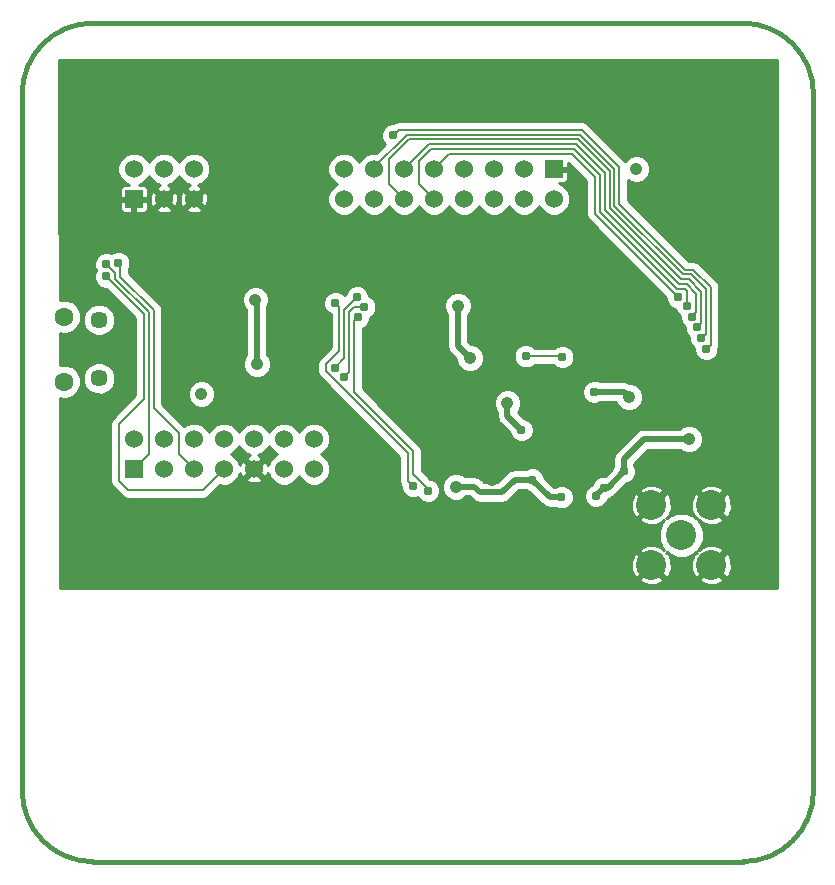
<source format=gbl>
G04 #@! TF.FileFunction,Copper,L2,Bot,Signal*
%FSLAX46Y46*%
G04 Gerber Fmt 4.6, Leading zero omitted, Abs format (unit mm)*
G04 Created by KiCad (PCBNEW 4.0.2+e4-6225~38~ubuntu15.10.1-stable) date Mon 19 Jun 2017 22:11:17 SAST*
%MOMM*%
G01*
G04 APERTURE LIST*
%ADD10C,0.150000*%
%ADD11C,0.381000*%
%ADD12C,1.600200*%
%ADD13C,1.450340*%
%ADD14C,2.540000*%
%ADD15R,1.524000X1.524000*%
%ADD16C,1.524000*%
%ADD17C,1.399540*%
%ADD18C,0.787400*%
%ADD19C,1.066800*%
%ADD20C,0.203200*%
%ADD21C,0.508000*%
%ADD22C,2.540000*%
%ADD23C,1.270000*%
%ADD24C,0.254000*%
G04 APERTURE END LIST*
D10*
D11*
X115000000Y-139000000D02*
G75*
G03X121000000Y-145000000I6000000J0D01*
G01*
X176000000Y-145000000D02*
G75*
G03X182000000Y-139000000I0J6000000D01*
G01*
X121000000Y-74000000D02*
G75*
G03X115000000Y-80000000I0J-6000000D01*
G01*
X182000000Y-80000000D02*
G75*
G03X176000000Y-74000000I-6000000J0D01*
G01*
X115000000Y-139000000D02*
X115000000Y-80000000D01*
X176000000Y-74000000D02*
X121000000Y-74000000D01*
X182000000Y-139000000D02*
X182000000Y-80000000D01*
X121000000Y-145000000D02*
X176000000Y-145000000D01*
D12*
X118539260Y-98849180D03*
X118539260Y-104350820D03*
D13*
X121511060Y-99113340D03*
X121511060Y-104086660D03*
D14*
X170815000Y-117348000D03*
X168275000Y-114808000D03*
X168275000Y-119888000D03*
X173355000Y-119888000D03*
X173355000Y-114808000D03*
D15*
X160020000Y-86360000D03*
D16*
X160020000Y-88900000D03*
X157480000Y-86360000D03*
X157480000Y-88900000D03*
X154940000Y-86360000D03*
X154940000Y-88900000D03*
X152400000Y-86360000D03*
X152400000Y-88900000D03*
X149860000Y-86360000D03*
X149860000Y-88900000D03*
X147320000Y-86360000D03*
X147320000Y-88900000D03*
X144780000Y-86360000D03*
X144780000Y-88900000D03*
X142240000Y-86360000D03*
X142240000Y-88900000D03*
D15*
X124460000Y-111760000D03*
D16*
X124460000Y-109220000D03*
X127000000Y-111760000D03*
X127000000Y-109220000D03*
X129540000Y-111760000D03*
X129540000Y-109220000D03*
X132080000Y-111760000D03*
X132080000Y-109220000D03*
X134620000Y-111760000D03*
X134620000Y-109220000D03*
X137160000Y-111760000D03*
X137160000Y-109220000D03*
X139700000Y-111760000D03*
X139700000Y-109220000D03*
D15*
X124460000Y-88900000D03*
D16*
X124460000Y-86360000D03*
X127000000Y-88900000D03*
X127000000Y-86360000D03*
X129540000Y-88900000D03*
X129540000Y-86360000D03*
D17*
X163258500Y-110934500D03*
X163258500Y-109474000D03*
X163258500Y-108013500D03*
X161798000Y-108013500D03*
X161798000Y-109474000D03*
X161798000Y-110934500D03*
X160337500Y-108013500D03*
X160337500Y-109474000D03*
X160337500Y-110934500D03*
D18*
X122123200Y-95453200D03*
X122123200Y-94437200D03*
X143967200Y-98044000D03*
X142240000Y-103936800D03*
X170561000Y-97231200D03*
X171297600Y-97942400D03*
X171704000Y-98856800D03*
X172110400Y-99771200D03*
X172516800Y-100685600D03*
X141478000Y-103174800D03*
X143357600Y-97231200D03*
X148082000Y-113207800D03*
X141528800Y-97713800D03*
X143408400Y-98907600D03*
X149377400Y-113588800D03*
X172923200Y-101600000D03*
X123139200Y-94335600D03*
X146405600Y-83515200D03*
X157276800Y-108458000D03*
X158191200Y-112649000D03*
D19*
X171450000Y-109220000D03*
X130175000Y-105410000D03*
D18*
X163576000Y-114046000D03*
D19*
X134874000Y-102870000D03*
X152908000Y-102362000D03*
D18*
X165938200Y-111963200D03*
X160655000Y-114147600D03*
D19*
X167005000Y-86360000D03*
X156083000Y-106172000D03*
X151714200Y-113258600D03*
D18*
X164236400Y-113334800D03*
D19*
X151892000Y-97917000D03*
X166370000Y-105664000D03*
X134747000Y-97409000D03*
D18*
X163423600Y-105232200D03*
X160655000Y-116738400D03*
D19*
X122986800Y-102895400D03*
X133223000Y-93091000D03*
X170180000Y-111125000D03*
X132080000Y-98806000D03*
X151511000Y-108966000D03*
X141605000Y-114274600D03*
X166903400Y-89001600D03*
X141605000Y-116840000D03*
X176022000Y-89001600D03*
D18*
X164592000Y-120421400D03*
D19*
X154787600Y-112649000D03*
X167386000Y-81788000D03*
X154152600Y-108483400D03*
X139319000Y-96520000D03*
X127762000Y-102870000D03*
D18*
X159639000Y-116738400D03*
X165633400Y-117602000D03*
D19*
X151511000Y-104394000D03*
D18*
X152781000Y-114274600D03*
D19*
X165100000Y-100965000D03*
D18*
X169062400Y-112395000D03*
D19*
X163449000Y-102082600D03*
D18*
X164795200Y-116484400D03*
X163779200Y-116484400D03*
X165811200Y-116484400D03*
X160731200Y-102260400D03*
X157632400Y-102209600D03*
D20*
X125318520Y-105821480D02*
X123190000Y-107950000D01*
X122123200Y-95453200D02*
X125318520Y-98648520D01*
X125318520Y-98648520D02*
X125318520Y-105821480D01*
X132080000Y-111760000D02*
X130302000Y-113538000D01*
X123190000Y-112776000D02*
X123952000Y-113538000D01*
X123190000Y-107950000D02*
X123190000Y-112776000D01*
X123952000Y-113538000D02*
X130302000Y-113538000D01*
X122123200Y-94437200D02*
X122885200Y-95199200D01*
X122885200Y-95199200D02*
X122885200Y-95631000D01*
X122885200Y-95631000D02*
X125730000Y-98475800D01*
X124460000Y-111760000D02*
X125730000Y-110490000D01*
X125730000Y-98475800D02*
X125730000Y-110490000D01*
X142676880Y-98496120D02*
X143129000Y-98044000D01*
X142676880Y-103499920D02*
X142676880Y-98496120D01*
X143129000Y-98044000D02*
X143967200Y-98044000D01*
X142240000Y-103936800D02*
X142676880Y-103499920D01*
X151130000Y-85090000D02*
X149860000Y-86360000D01*
X163499800Y-90170000D02*
X163499800Y-87045800D01*
X170561000Y-97231200D02*
X163499800Y-90170000D01*
X161544000Y-85090000D02*
X151130000Y-85090000D01*
X163499800Y-87045800D02*
X161544000Y-85090000D01*
X163911280Y-89997280D02*
X163911280Y-86873080D01*
X149611080Y-84678520D02*
X148590000Y-85699600D01*
X148590000Y-87630000D02*
X149860000Y-88900000D01*
X163911280Y-86873080D02*
X161716720Y-84678520D01*
X170434000Y-96520000D02*
X163911280Y-89997280D01*
X148590000Y-85699600D02*
X148590000Y-87630000D01*
X171297600Y-96723200D02*
X171094400Y-96520000D01*
X171094400Y-96520000D02*
X170434000Y-96520000D01*
X161716720Y-84678520D02*
X149611080Y-84678520D01*
X171297600Y-97942400D02*
X171297600Y-96723200D01*
X171267120Y-96108520D02*
X170606720Y-96108520D01*
X170606720Y-96108520D02*
X164322760Y-89824560D01*
X171704000Y-98856800D02*
X172059600Y-98501200D01*
X164322760Y-89824560D02*
X164322760Y-86700360D01*
X172059600Y-98501200D02*
X172059600Y-96901000D01*
X172059600Y-96901000D02*
X171267120Y-96108520D01*
X161889440Y-84267040D02*
X149412960Y-84267040D01*
X164322760Y-86700360D02*
X161889440Y-84267040D01*
X149412960Y-84267040D02*
X147320000Y-86360000D01*
X164734240Y-86527640D02*
X162062160Y-83855560D01*
X146050000Y-85521800D02*
X146050000Y-87630000D01*
X172110400Y-99771200D02*
X172471080Y-99410520D01*
X171439840Y-95697040D02*
X170779440Y-95697040D01*
X147716240Y-83855560D02*
X146050000Y-85521800D01*
X172471080Y-96728280D02*
X171439840Y-95697040D01*
X162062160Y-83855560D02*
X147716240Y-83855560D01*
X164734240Y-89651840D02*
X164734240Y-86527640D01*
X172471080Y-99410520D02*
X172471080Y-96728280D01*
X170779440Y-95697040D02*
X164734240Y-89651840D01*
X146050000Y-87630000D02*
X147320000Y-88900000D01*
X170952160Y-95285560D02*
X165145720Y-89479120D01*
X147543520Y-83444080D02*
X144780000Y-86207600D01*
X172882560Y-96555560D02*
X171612560Y-95285560D01*
X172516800Y-100685600D02*
X172882560Y-100319840D01*
X162234880Y-83444080D02*
X147543520Y-83444080D01*
X165145720Y-86354920D02*
X162234880Y-83444080D01*
X171612560Y-95285560D02*
X170952160Y-95285560D01*
X144780000Y-86207600D02*
X144780000Y-86360000D01*
X172882560Y-100319840D02*
X172882560Y-96555560D01*
X165145720Y-89479120D02*
X165145720Y-86354920D01*
X142265400Y-102387400D02*
X142265400Y-98323400D01*
X141478000Y-103174800D02*
X142265400Y-102387400D01*
X142265400Y-98323400D02*
X143357600Y-97231200D01*
X141853920Y-101757480D02*
X141853920Y-98038920D01*
X147675600Y-112801400D02*
X148082000Y-113207800D01*
X147675600Y-110413800D02*
X140741400Y-103479600D01*
X140741400Y-102870000D02*
X141853920Y-101757480D01*
X147675600Y-112801400D02*
X147675600Y-110413800D01*
X141853920Y-98038920D02*
X141528800Y-97713800D01*
X140741400Y-103479600D02*
X140741400Y-102870000D01*
X148087080Y-110241080D02*
X143088360Y-105242360D01*
X143088360Y-99227640D02*
X143408400Y-98907600D01*
X149377400Y-113588800D02*
X149377400Y-113436400D01*
X149377400Y-113436400D02*
X148087080Y-112146080D01*
X148087080Y-112146080D02*
X148087080Y-110241080D01*
X143088360Y-105242360D02*
X143088360Y-99227640D01*
X165557200Y-89306400D02*
X165557200Y-86182200D01*
X165557200Y-86182200D02*
X162407600Y-83032600D01*
X172923200Y-101600000D02*
X173294040Y-101229160D01*
X123296680Y-94493080D02*
X123296680Y-95458280D01*
X173294040Y-96382840D02*
X171785280Y-94874080D01*
X171124880Y-94874080D02*
X165557200Y-89306400D01*
X173294040Y-101229160D02*
X173294040Y-96382840D01*
X123139200Y-94335600D02*
X123296680Y-94493080D01*
X146888200Y-83032600D02*
X146405600Y-83515200D01*
X162407600Y-83032600D02*
X146888200Y-83032600D01*
X126141480Y-98303080D02*
X126141480Y-106583480D01*
X171785280Y-94874080D02*
X171124880Y-94874080D01*
X128270000Y-110490000D02*
X128270000Y-108712000D01*
X123296680Y-95458280D02*
X126141480Y-98303080D01*
X129540000Y-111760000D02*
X128270000Y-110490000D01*
X128270000Y-108712000D02*
X126141480Y-106583480D01*
D21*
X164566600Y-113334800D02*
X165938200Y-111963200D01*
X134747000Y-97409000D02*
X134874000Y-97536000D01*
X153771600Y-113741200D02*
X153289000Y-113258600D01*
X159689800Y-114147600D02*
X158191200Y-112649000D01*
X158191200Y-112649000D02*
X156692600Y-112649000D01*
X165938200Y-110921800D02*
X167640000Y-109220000D01*
X165938200Y-111963200D02*
X165938200Y-110921800D01*
X155600400Y-113741200D02*
X153771600Y-113741200D01*
X163576000Y-114046000D02*
X163576000Y-113995200D01*
X156083000Y-106172000D02*
X156083000Y-107264200D01*
X151892000Y-97917000D02*
X151892000Y-101346000D01*
X165938200Y-105232200D02*
X166370000Y-105664000D01*
X160655000Y-114147600D02*
X159689800Y-114147600D01*
X163576000Y-113995200D02*
X164236400Y-113334800D01*
X163423600Y-105232200D02*
X165938200Y-105232200D01*
X134874000Y-97536000D02*
X134874000Y-102870000D01*
X164236400Y-113334800D02*
X164566600Y-113334800D01*
X153289000Y-113258600D02*
X151714200Y-113258600D01*
X156083000Y-107264200D02*
X157276800Y-108458000D01*
X152908000Y-102362000D02*
X151892000Y-101346000D01*
X167640000Y-109220000D02*
X171450000Y-109220000D01*
X156692600Y-112649000D02*
X155600400Y-113741200D01*
D22*
X160337500Y-110934500D02*
X160337500Y-108013500D01*
D23*
X160337500Y-110934500D02*
X163258500Y-108013500D01*
D22*
X163258500Y-110934500D02*
X160337500Y-110934500D01*
X163258500Y-108013500D02*
X163258500Y-110934500D01*
D23*
X160337500Y-108013500D02*
X163258500Y-110934500D01*
D22*
X160337500Y-108013500D02*
X163258500Y-108013500D01*
D20*
X160731200Y-102260400D02*
X160680400Y-102209600D01*
X160680400Y-102209600D02*
X157632400Y-102209600D01*
D24*
G36*
X178942802Y-121793000D02*
X118236690Y-121793000D01*
X118235055Y-121124890D01*
X167217716Y-121124890D01*
X167360591Y-121362641D01*
X167994517Y-121600321D01*
X168671145Y-121577314D01*
X169189409Y-121362641D01*
X169332284Y-121124890D01*
X172297716Y-121124890D01*
X172440591Y-121362641D01*
X173074517Y-121600321D01*
X173751145Y-121577314D01*
X174269409Y-121362641D01*
X174412284Y-121124890D01*
X173355000Y-120067605D01*
X172297716Y-121124890D01*
X169332284Y-121124890D01*
X168275000Y-120067605D01*
X167217716Y-121124890D01*
X118235055Y-121124890D01*
X118231339Y-119607517D01*
X166562679Y-119607517D01*
X166585686Y-120284145D01*
X166800359Y-120802409D01*
X167038110Y-120945284D01*
X168095395Y-119888000D01*
X167038110Y-118830716D01*
X166800359Y-118973591D01*
X166562679Y-119607517D01*
X118231339Y-119607517D01*
X118222615Y-116044890D01*
X167217716Y-116044890D01*
X167360591Y-116282641D01*
X167994517Y-116520321D01*
X168671145Y-116497314D01*
X169189409Y-116282641D01*
X169332283Y-116044891D01*
X169378079Y-116090687D01*
X169200961Y-116267495D01*
X168910332Y-116967410D01*
X168909670Y-117725265D01*
X169199078Y-118425686D01*
X169378235Y-118605157D01*
X169332283Y-118651109D01*
X169189409Y-118413359D01*
X168555483Y-118175679D01*
X167878855Y-118198686D01*
X167360591Y-118413359D01*
X167217716Y-118651110D01*
X168275000Y-119708395D01*
X168289142Y-119694252D01*
X168468748Y-119873858D01*
X168454605Y-119888000D01*
X169511890Y-120945284D01*
X169749641Y-120802409D01*
X169987321Y-120168483D01*
X169964314Y-119491855D01*
X169749641Y-118973591D01*
X169511891Y-118830717D01*
X169557687Y-118784921D01*
X169734495Y-118962039D01*
X170434410Y-119252668D01*
X171192265Y-119253330D01*
X171892686Y-118963922D01*
X172072157Y-118784765D01*
X172118109Y-118830717D01*
X171880359Y-118973591D01*
X171642679Y-119607517D01*
X171665686Y-120284145D01*
X171880359Y-120802409D01*
X172118110Y-120945284D01*
X173175395Y-119888000D01*
X173534605Y-119888000D01*
X174591890Y-120945284D01*
X174829641Y-120802409D01*
X175067321Y-120168483D01*
X175044314Y-119491855D01*
X174829641Y-118973591D01*
X174591890Y-118830716D01*
X173534605Y-119888000D01*
X173175395Y-119888000D01*
X173161252Y-119873858D01*
X173340858Y-119694252D01*
X173355000Y-119708395D01*
X174412284Y-118651110D01*
X174269409Y-118413359D01*
X173635483Y-118175679D01*
X172958855Y-118198686D01*
X172440591Y-118413359D01*
X172297717Y-118651109D01*
X172251921Y-118605313D01*
X172429039Y-118428505D01*
X172719668Y-117728590D01*
X172720330Y-116970735D01*
X172430922Y-116270314D01*
X172251765Y-116090843D01*
X172297717Y-116044891D01*
X172440591Y-116282641D01*
X173074517Y-116520321D01*
X173751145Y-116497314D01*
X174269409Y-116282641D01*
X174412284Y-116044890D01*
X173355000Y-114987605D01*
X173340858Y-115001748D01*
X173161252Y-114822142D01*
X173175395Y-114808000D01*
X173534605Y-114808000D01*
X174591890Y-115865284D01*
X174829641Y-115722409D01*
X175067321Y-115088483D01*
X175044314Y-114411855D01*
X174829641Y-113893591D01*
X174591890Y-113750716D01*
X173534605Y-114808000D01*
X173175395Y-114808000D01*
X172118110Y-113750716D01*
X171880359Y-113893591D01*
X171642679Y-114527517D01*
X171665686Y-115204145D01*
X171880359Y-115722409D01*
X172118109Y-115865283D01*
X172072313Y-115911079D01*
X171895505Y-115733961D01*
X171195590Y-115443332D01*
X170437735Y-115442670D01*
X169737314Y-115732078D01*
X169557843Y-115911235D01*
X169511891Y-115865283D01*
X169749641Y-115722409D01*
X169987321Y-115088483D01*
X169964314Y-114411855D01*
X169749641Y-113893591D01*
X169511890Y-113750716D01*
X168454605Y-114808000D01*
X168468748Y-114822142D01*
X168289142Y-115001748D01*
X168275000Y-114987605D01*
X167217716Y-116044890D01*
X118222615Y-116044890D01*
X118197435Y-105762785D01*
X118252549Y-105785670D01*
X118823467Y-105786168D01*
X119351117Y-105568148D01*
X119755169Y-105164800D01*
X119974110Y-104637531D01*
X119974355Y-104356028D01*
X120150655Y-104356028D01*
X120357292Y-104856128D01*
X120739580Y-105239083D01*
X121239319Y-105446593D01*
X121780428Y-105447065D01*
X122280528Y-105240428D01*
X122663483Y-104858140D01*
X122870993Y-104358401D01*
X122871465Y-103817292D01*
X122664828Y-103317192D01*
X122282540Y-102934237D01*
X121782801Y-102726727D01*
X121241692Y-102726255D01*
X120741592Y-102932892D01*
X120358637Y-103315180D01*
X120151127Y-103814919D01*
X120150655Y-104356028D01*
X119974355Y-104356028D01*
X119974608Y-104066613D01*
X119756588Y-103538963D01*
X119353240Y-103134911D01*
X118825971Y-102915970D01*
X118255053Y-102915472D01*
X118190528Y-102942133D01*
X118183949Y-100255545D01*
X118252549Y-100284030D01*
X118823467Y-100284528D01*
X119351117Y-100066508D01*
X119755169Y-99663160D01*
X119871622Y-99382708D01*
X120150655Y-99382708D01*
X120357292Y-99882808D01*
X120739580Y-100265763D01*
X121239319Y-100473273D01*
X121780428Y-100473745D01*
X122280528Y-100267108D01*
X122663483Y-99884820D01*
X122870993Y-99385081D01*
X122871465Y-98843972D01*
X122664828Y-98343872D01*
X122282540Y-97960917D01*
X121782801Y-97753407D01*
X121241692Y-97752935D01*
X120741592Y-97959572D01*
X120358637Y-98341860D01*
X120151127Y-98841599D01*
X120150655Y-99382708D01*
X119871622Y-99382708D01*
X119974110Y-99135891D01*
X119974608Y-98564973D01*
X119756588Y-98037323D01*
X119353240Y-97633271D01*
X118825971Y-97414330D01*
X118255053Y-97413832D01*
X118177069Y-97446054D01*
X118170200Y-94640923D01*
X121094322Y-94640923D01*
X121220163Y-94945482D01*
X121094679Y-95247681D01*
X121094322Y-95656923D01*
X121250602Y-96035150D01*
X121539728Y-96324781D01*
X121917681Y-96481721D01*
X122110179Y-96481889D01*
X124581920Y-98953630D01*
X124581920Y-105516370D01*
X122669145Y-107429145D01*
X122509470Y-107668115D01*
X122453400Y-107950000D01*
X122453400Y-112776000D01*
X122509470Y-113057885D01*
X122669145Y-113296855D01*
X123431145Y-114058855D01*
X123670115Y-114218530D01*
X123952000Y-114274600D01*
X130302000Y-114274600D01*
X130583885Y-114218530D01*
X130822855Y-114058855D01*
X131747236Y-113134474D01*
X131800900Y-113156757D01*
X132356661Y-113157242D01*
X132870303Y-112945010D01*
X133186870Y-112628995D01*
X133930610Y-112628995D01*
X134011205Y-112813999D01*
X134460895Y-112966744D01*
X134934807Y-112935774D01*
X135228795Y-112813999D01*
X135309390Y-112628995D01*
X134620000Y-111939605D01*
X133930610Y-112628995D01*
X133186870Y-112628995D01*
X133263629Y-112552370D01*
X133453067Y-112096151D01*
X133566001Y-112368795D01*
X133751005Y-112449390D01*
X134440395Y-111760000D01*
X133751005Y-111070610D01*
X133566001Y-111151205D01*
X133464039Y-111451386D01*
X133265010Y-110969697D01*
X132872370Y-110576371D01*
X132664488Y-110490051D01*
X132870303Y-110405010D01*
X133263629Y-110012370D01*
X133349949Y-109804488D01*
X133434990Y-110010303D01*
X133827630Y-110403629D01*
X134283849Y-110593067D01*
X134011205Y-110706001D01*
X133930610Y-110891005D01*
X134620000Y-111580395D01*
X135309390Y-110891005D01*
X135228795Y-110706001D01*
X134928614Y-110604039D01*
X135410303Y-110405010D01*
X135803629Y-110012370D01*
X135889949Y-109804488D01*
X135974990Y-110010303D01*
X136367630Y-110403629D01*
X136575512Y-110489949D01*
X136369697Y-110574990D01*
X135976371Y-110967630D01*
X135786933Y-111423849D01*
X135673999Y-111151205D01*
X135488995Y-111070610D01*
X134799605Y-111760000D01*
X135488995Y-112449390D01*
X135673999Y-112368795D01*
X135775961Y-112068614D01*
X135974990Y-112550303D01*
X136367630Y-112943629D01*
X136880900Y-113156757D01*
X137436661Y-113157242D01*
X137950303Y-112945010D01*
X138343629Y-112552370D01*
X138429949Y-112344488D01*
X138514990Y-112550303D01*
X138907630Y-112943629D01*
X139420900Y-113156757D01*
X139976661Y-113157242D01*
X140490303Y-112945010D01*
X140883629Y-112552370D01*
X141096757Y-112039100D01*
X141097242Y-111483339D01*
X140885010Y-110969697D01*
X140492370Y-110576371D01*
X140284488Y-110490051D01*
X140490303Y-110405010D01*
X140883629Y-110012370D01*
X141096757Y-109499100D01*
X141097242Y-108943339D01*
X140885010Y-108429697D01*
X140492370Y-108036371D01*
X139979100Y-107823243D01*
X139423339Y-107822758D01*
X138909697Y-108034990D01*
X138516371Y-108427630D01*
X138430051Y-108635512D01*
X138345010Y-108429697D01*
X137952370Y-108036371D01*
X137439100Y-107823243D01*
X136883339Y-107822758D01*
X136369697Y-108034990D01*
X135976371Y-108427630D01*
X135890051Y-108635512D01*
X135805010Y-108429697D01*
X135412370Y-108036371D01*
X134899100Y-107823243D01*
X134343339Y-107822758D01*
X133829697Y-108034990D01*
X133436371Y-108427630D01*
X133350051Y-108635512D01*
X133265010Y-108429697D01*
X132872370Y-108036371D01*
X132359100Y-107823243D01*
X131803339Y-107822758D01*
X131289697Y-108034990D01*
X130896371Y-108427630D01*
X130810051Y-108635512D01*
X130725010Y-108429697D01*
X130332370Y-108036371D01*
X129819100Y-107823243D01*
X129263339Y-107822758D01*
X128749697Y-108034990D01*
X128692148Y-108092438D01*
X126878080Y-106278370D01*
X126878080Y-105641389D01*
X129006398Y-105641389D01*
X129183901Y-106070981D01*
X129512291Y-106399943D01*
X129941571Y-106578196D01*
X130406389Y-106578602D01*
X130835981Y-106401099D01*
X131164943Y-106072709D01*
X131343196Y-105643429D01*
X131343602Y-105178611D01*
X131166099Y-104749019D01*
X130837709Y-104420057D01*
X130408429Y-104241804D01*
X129943611Y-104241398D01*
X129514019Y-104418901D01*
X129185057Y-104747291D01*
X129006804Y-105176571D01*
X129006398Y-105641389D01*
X126878080Y-105641389D01*
X126878080Y-98303080D01*
X126822010Y-98021195D01*
X126662335Y-97782225D01*
X126520499Y-97640389D01*
X133578398Y-97640389D01*
X133755901Y-98069981D01*
X133985000Y-98299479D01*
X133985000Y-102106524D01*
X133884057Y-102207291D01*
X133705804Y-102636571D01*
X133705398Y-103101389D01*
X133882901Y-103530981D01*
X134211291Y-103859943D01*
X134640571Y-104038196D01*
X135105389Y-104038602D01*
X135534981Y-103861099D01*
X135863943Y-103532709D01*
X136042196Y-103103429D01*
X136042399Y-102870000D01*
X140004800Y-102870000D01*
X140004800Y-103479600D01*
X140060870Y-103761485D01*
X140220545Y-104000455D01*
X146939000Y-110718910D01*
X146939000Y-112801400D01*
X146995070Y-113083285D01*
X147053332Y-113170480D01*
X147053122Y-113411523D01*
X147209402Y-113789750D01*
X147498528Y-114079381D01*
X147876481Y-114236321D01*
X148285723Y-114236678D01*
X148496122Y-114149743D01*
X148504802Y-114170750D01*
X148793928Y-114460381D01*
X149171881Y-114617321D01*
X149581123Y-114617678D01*
X149959350Y-114461398D01*
X150248981Y-114172272D01*
X150405921Y-113794319D01*
X150406186Y-113489989D01*
X150545598Y-113489989D01*
X150723101Y-113919581D01*
X151051491Y-114248543D01*
X151480771Y-114426796D01*
X151945589Y-114427202D01*
X152375181Y-114249699D01*
X152477458Y-114147600D01*
X152920764Y-114147600D01*
X153142982Y-114369818D01*
X153431394Y-114562529D01*
X153771600Y-114630200D01*
X155600400Y-114630200D01*
X155940606Y-114562529D01*
X156229018Y-114369818D01*
X157060836Y-113538000D01*
X157649678Y-113538000D01*
X157946014Y-113661050D01*
X159061182Y-114776218D01*
X159349594Y-114968929D01*
X159689800Y-115036600D01*
X160113478Y-115036600D01*
X160449481Y-115176121D01*
X160858723Y-115176478D01*
X161236950Y-115020198D01*
X161526581Y-114731072D01*
X161683521Y-114353119D01*
X161683611Y-114249723D01*
X162547122Y-114249723D01*
X162703402Y-114627950D01*
X162992528Y-114917581D01*
X163370481Y-115074521D01*
X163779723Y-115074878D01*
X164157950Y-114918598D01*
X164447581Y-114629472D01*
X164489916Y-114527517D01*
X166562679Y-114527517D01*
X166585686Y-115204145D01*
X166800359Y-115722409D01*
X167038110Y-115865284D01*
X168095395Y-114808000D01*
X167038110Y-113750716D01*
X166800359Y-113893591D01*
X166562679Y-114527517D01*
X164489916Y-114527517D01*
X164582351Y-114304911D01*
X164818350Y-114207398D01*
X164860477Y-114165344D01*
X164906806Y-114156129D01*
X165195218Y-113963418D01*
X165587526Y-113571110D01*
X167217716Y-113571110D01*
X168275000Y-114628395D01*
X169332284Y-113571110D01*
X172297716Y-113571110D01*
X173355000Y-114628395D01*
X174412284Y-113571110D01*
X174269409Y-113333359D01*
X173635483Y-113095679D01*
X172958855Y-113118686D01*
X172440591Y-113333359D01*
X172297716Y-113571110D01*
X169332284Y-113571110D01*
X169189409Y-113333359D01*
X168555483Y-113095679D01*
X167878855Y-113118686D01*
X167360591Y-113333359D01*
X167217716Y-113571110D01*
X165587526Y-113571110D01*
X166183904Y-112974732D01*
X166520150Y-112835798D01*
X166809781Y-112546672D01*
X166966721Y-112168719D01*
X166967078Y-111759477D01*
X166827200Y-111420946D01*
X166827200Y-111290036D01*
X168008236Y-110109000D01*
X170686524Y-110109000D01*
X170787291Y-110209943D01*
X171216571Y-110388196D01*
X171681389Y-110388602D01*
X172110981Y-110211099D01*
X172439943Y-109882709D01*
X172618196Y-109453429D01*
X172618602Y-108988611D01*
X172441099Y-108559019D01*
X172112709Y-108230057D01*
X171683429Y-108051804D01*
X171218611Y-108051398D01*
X170789019Y-108228901D01*
X170686742Y-108331000D01*
X167640000Y-108331000D01*
X167299795Y-108398670D01*
X167011382Y-108591382D01*
X165309582Y-110293182D01*
X165116871Y-110581594D01*
X165049200Y-110921800D01*
X165049200Y-111421678D01*
X164926150Y-111718014D01*
X164337976Y-112306188D01*
X164032677Y-112305922D01*
X163654450Y-112462202D01*
X163364819Y-112751328D01*
X163230049Y-113075889D01*
X162994050Y-113173402D01*
X162704419Y-113462528D01*
X162547479Y-113840481D01*
X162547122Y-114249723D01*
X161683611Y-114249723D01*
X161683878Y-113943877D01*
X161527598Y-113565650D01*
X161238472Y-113276019D01*
X160860519Y-113119079D01*
X160451277Y-113118722D01*
X160112746Y-113258600D01*
X160058036Y-113258600D01*
X159202732Y-112403296D01*
X159063798Y-112067050D01*
X158774672Y-111777419D01*
X158728663Y-111758314D01*
X159693291Y-111758314D01*
X159766215Y-111936871D01*
X160193293Y-112079191D01*
X160642324Y-112047243D01*
X160908785Y-111936871D01*
X160981709Y-111758314D01*
X161153791Y-111758314D01*
X161226715Y-111936871D01*
X161653793Y-112079191D01*
X162102824Y-112047243D01*
X162369285Y-111936871D01*
X162442209Y-111758314D01*
X162614291Y-111758314D01*
X162687215Y-111936871D01*
X163114293Y-112079191D01*
X163563324Y-112047243D01*
X163829785Y-111936871D01*
X163902709Y-111758314D01*
X163258500Y-111114105D01*
X162614291Y-111758314D01*
X162442209Y-111758314D01*
X161798000Y-111114105D01*
X161153791Y-111758314D01*
X160981709Y-111758314D01*
X160337500Y-111114105D01*
X159693291Y-111758314D01*
X158728663Y-111758314D01*
X158396719Y-111620479D01*
X157987477Y-111620122D01*
X157648946Y-111760000D01*
X156692600Y-111760000D01*
X156352394Y-111827671D01*
X156149561Y-111963200D01*
X156063982Y-112020382D01*
X155232164Y-112852200D01*
X154139836Y-112852200D01*
X153917618Y-112629982D01*
X153866597Y-112595891D01*
X153629206Y-112437271D01*
X153289000Y-112369600D01*
X152477676Y-112369600D01*
X152376909Y-112268657D01*
X151947629Y-112090404D01*
X151482811Y-112089998D01*
X151053219Y-112267501D01*
X150724257Y-112595891D01*
X150546004Y-113025171D01*
X150545598Y-113489989D01*
X150406186Y-113489989D01*
X150406278Y-113385077D01*
X150249998Y-113006850D01*
X149960872Y-112717219D01*
X149582919Y-112560279D01*
X149542954Y-112560244D01*
X148823680Y-111840970D01*
X148823680Y-110790293D01*
X159192809Y-110790293D01*
X159224757Y-111239324D01*
X159335129Y-111505785D01*
X159513686Y-111578709D01*
X160157895Y-110934500D01*
X159513686Y-110290291D01*
X159335129Y-110363215D01*
X159192809Y-110790293D01*
X148823680Y-110790293D01*
X148823680Y-110241080D01*
X148767610Y-109959195D01*
X148607935Y-109720225D01*
X145291099Y-106403389D01*
X154914398Y-106403389D01*
X155091901Y-106832981D01*
X155194000Y-106935258D01*
X155194000Y-107264200D01*
X155261671Y-107604406D01*
X155415011Y-107833895D01*
X155454382Y-107892818D01*
X156265268Y-108703704D01*
X156404202Y-109039950D01*
X156693328Y-109329581D01*
X157071281Y-109486521D01*
X157480523Y-109486878D01*
X157858750Y-109330598D01*
X157859556Y-109329793D01*
X159192809Y-109329793D01*
X159224757Y-109778824D01*
X159335129Y-110045285D01*
X159513686Y-110118209D01*
X160157895Y-109474000D01*
X159513686Y-108829791D01*
X159335129Y-108902715D01*
X159192809Y-109329793D01*
X157859556Y-109329793D01*
X158148381Y-109041472D01*
X158305321Y-108663519D01*
X158305678Y-108254277D01*
X158149398Y-107876050D01*
X158142653Y-107869293D01*
X159192809Y-107869293D01*
X159224757Y-108318324D01*
X159335129Y-108584785D01*
X159513686Y-108657709D01*
X159521209Y-108650186D01*
X159693291Y-108650186D01*
X159786855Y-108743750D01*
X159693291Y-108837314D01*
X159766215Y-109015871D01*
X160193293Y-109158191D01*
X160200764Y-109157659D01*
X160337500Y-109294395D01*
X160351643Y-109280253D01*
X160531248Y-109459858D01*
X160517105Y-109474000D01*
X160531248Y-109488143D01*
X160351643Y-109667748D01*
X160337500Y-109653605D01*
X160179817Y-109811288D01*
X160032676Y-109821757D01*
X159766215Y-109932129D01*
X159693291Y-110110686D01*
X159786855Y-110204250D01*
X159693291Y-110297814D01*
X159766215Y-110476371D01*
X160193293Y-110618691D01*
X160200764Y-110618159D01*
X160337500Y-110754895D01*
X160351643Y-110740753D01*
X160531248Y-110920358D01*
X160517105Y-110934500D01*
X160674788Y-111092183D01*
X160685257Y-111239324D01*
X160795629Y-111505785D01*
X160974186Y-111578709D01*
X161067750Y-111485145D01*
X161161314Y-111578709D01*
X161339871Y-111505785D01*
X161482191Y-111078707D01*
X161481659Y-111071236D01*
X161618395Y-110934500D01*
X161604253Y-110920358D01*
X161783858Y-110740753D01*
X161798000Y-110754895D01*
X161812143Y-110740753D01*
X161991748Y-110920358D01*
X161977605Y-110934500D01*
X162135288Y-111092183D01*
X162145757Y-111239324D01*
X162256129Y-111505785D01*
X162434686Y-111578709D01*
X162528250Y-111485145D01*
X162621814Y-111578709D01*
X162800371Y-111505785D01*
X162942691Y-111078707D01*
X162942159Y-111071236D01*
X163078895Y-110934500D01*
X163438105Y-110934500D01*
X164082314Y-111578709D01*
X164260871Y-111505785D01*
X164403191Y-111078707D01*
X164371243Y-110629676D01*
X164260871Y-110363215D01*
X164082314Y-110290291D01*
X163438105Y-110934500D01*
X163078895Y-110934500D01*
X163064753Y-110920358D01*
X163244358Y-110740753D01*
X163258500Y-110754895D01*
X163416183Y-110597212D01*
X163563324Y-110586743D01*
X163829785Y-110476371D01*
X163902709Y-110297814D01*
X163809145Y-110204250D01*
X163902709Y-110110686D01*
X163829785Y-109932129D01*
X163402707Y-109789809D01*
X163395236Y-109790341D01*
X163258500Y-109653605D01*
X163244358Y-109667748D01*
X163064753Y-109488143D01*
X163078895Y-109474000D01*
X163438105Y-109474000D01*
X164082314Y-110118209D01*
X164260871Y-110045285D01*
X164403191Y-109618207D01*
X164371243Y-109169176D01*
X164260871Y-108902715D01*
X164082314Y-108829791D01*
X163438105Y-109474000D01*
X163078895Y-109474000D01*
X163064753Y-109459858D01*
X163244358Y-109280253D01*
X163258500Y-109294395D01*
X163416183Y-109136712D01*
X163563324Y-109126243D01*
X163829785Y-109015871D01*
X163902709Y-108837314D01*
X163809145Y-108743750D01*
X163902709Y-108650186D01*
X163829785Y-108471629D01*
X163402707Y-108329309D01*
X163395236Y-108329841D01*
X163258500Y-108193105D01*
X163244358Y-108207248D01*
X163064753Y-108027643D01*
X163078895Y-108013500D01*
X163438105Y-108013500D01*
X164082314Y-108657709D01*
X164260871Y-108584785D01*
X164403191Y-108157707D01*
X164371243Y-107708676D01*
X164260871Y-107442215D01*
X164082314Y-107369291D01*
X163438105Y-108013500D01*
X163078895Y-108013500D01*
X162921212Y-107855817D01*
X162910743Y-107708676D01*
X162800371Y-107442215D01*
X162621814Y-107369291D01*
X162528250Y-107462855D01*
X162434686Y-107369291D01*
X162256129Y-107442215D01*
X162113809Y-107869293D01*
X162114341Y-107876764D01*
X161977605Y-108013500D01*
X161991748Y-108027643D01*
X161812143Y-108207248D01*
X161798000Y-108193105D01*
X161783858Y-108207248D01*
X161604253Y-108027643D01*
X161618395Y-108013500D01*
X161460712Y-107855817D01*
X161450243Y-107708676D01*
X161339871Y-107442215D01*
X161161314Y-107369291D01*
X161067750Y-107462855D01*
X160974186Y-107369291D01*
X160795629Y-107442215D01*
X160653309Y-107869293D01*
X160653841Y-107876764D01*
X160517105Y-108013500D01*
X160531248Y-108027643D01*
X160351643Y-108207248D01*
X160337500Y-108193105D01*
X160179817Y-108350788D01*
X160032676Y-108361257D01*
X159766215Y-108471629D01*
X159693291Y-108650186D01*
X159521209Y-108650186D01*
X160157895Y-108013500D01*
X159513686Y-107369291D01*
X159335129Y-107442215D01*
X159192809Y-107869293D01*
X158142653Y-107869293D01*
X157860272Y-107586419D01*
X157521986Y-107445950D01*
X157265722Y-107189686D01*
X159693291Y-107189686D01*
X160337500Y-107833895D01*
X160981709Y-107189686D01*
X161153791Y-107189686D01*
X161798000Y-107833895D01*
X162442209Y-107189686D01*
X162614291Y-107189686D01*
X163258500Y-107833895D01*
X163902709Y-107189686D01*
X163829785Y-107011129D01*
X163402707Y-106868809D01*
X162953676Y-106900757D01*
X162687215Y-107011129D01*
X162614291Y-107189686D01*
X162442209Y-107189686D01*
X162369285Y-107011129D01*
X161942207Y-106868809D01*
X161493176Y-106900757D01*
X161226715Y-107011129D01*
X161153791Y-107189686D01*
X160981709Y-107189686D01*
X160908785Y-107011129D01*
X160481707Y-106868809D01*
X160032676Y-106900757D01*
X159766215Y-107011129D01*
X159693291Y-107189686D01*
X157265722Y-107189686D01*
X156991773Y-106915737D01*
X157072943Y-106834709D01*
X157251196Y-106405429D01*
X157251602Y-105940611D01*
X157074099Y-105511019D01*
X156999134Y-105435923D01*
X162394722Y-105435923D01*
X162551002Y-105814150D01*
X162840128Y-106103781D01*
X163218081Y-106260721D01*
X163627323Y-106261078D01*
X163965854Y-106121200D01*
X165294701Y-106121200D01*
X165378901Y-106324981D01*
X165707291Y-106653943D01*
X166136571Y-106832196D01*
X166601389Y-106832602D01*
X167030981Y-106655099D01*
X167359943Y-106326709D01*
X167538196Y-105897429D01*
X167538602Y-105432611D01*
X167361099Y-105003019D01*
X167032709Y-104674057D01*
X166603429Y-104495804D01*
X166405258Y-104495631D01*
X166278406Y-104410871D01*
X165938200Y-104343200D01*
X163965122Y-104343200D01*
X163629119Y-104203679D01*
X163219877Y-104203322D01*
X162841650Y-104359602D01*
X162552019Y-104648728D01*
X162395079Y-105026681D01*
X162394722Y-105435923D01*
X156999134Y-105435923D01*
X156745709Y-105182057D01*
X156316429Y-105003804D01*
X155851611Y-105003398D01*
X155422019Y-105180901D01*
X155093057Y-105509291D01*
X154914804Y-105938571D01*
X154914398Y-106403389D01*
X145291099Y-106403389D01*
X143824960Y-104937250D01*
X143824960Y-99848536D01*
X143990350Y-99780198D01*
X144279981Y-99491072D01*
X144436921Y-99113119D01*
X144437052Y-98962916D01*
X144549150Y-98916598D01*
X144838781Y-98627472D01*
X144995721Y-98249519D01*
X144995809Y-98148389D01*
X150723398Y-98148389D01*
X150900901Y-98577981D01*
X151003000Y-98680258D01*
X151003000Y-101346000D01*
X151070671Y-101686206D01*
X151232042Y-101927715D01*
X151263382Y-101974618D01*
X151739523Y-102450759D01*
X151739398Y-102593389D01*
X151916901Y-103022981D01*
X152245291Y-103351943D01*
X152674571Y-103530196D01*
X153139389Y-103530602D01*
X153568981Y-103353099D01*
X153897943Y-103024709D01*
X154076196Y-102595429D01*
X154076355Y-102413323D01*
X156603522Y-102413323D01*
X156759802Y-102791550D01*
X157048928Y-103081181D01*
X157426881Y-103238121D01*
X157836123Y-103238478D01*
X158214350Y-103082198D01*
X158350586Y-102946200D01*
X159962271Y-102946200D01*
X160147728Y-103131981D01*
X160525681Y-103288921D01*
X160934923Y-103289278D01*
X161313150Y-103132998D01*
X161602781Y-102843872D01*
X161759721Y-102465919D01*
X161760078Y-102056677D01*
X161603798Y-101678450D01*
X161314672Y-101388819D01*
X160936719Y-101231879D01*
X160527477Y-101231522D01*
X160149250Y-101387802D01*
X160063903Y-101473000D01*
X158350618Y-101473000D01*
X158215872Y-101338019D01*
X157837919Y-101181079D01*
X157428677Y-101180722D01*
X157050450Y-101337002D01*
X156760819Y-101626128D01*
X156603879Y-102004081D01*
X156603522Y-102413323D01*
X154076355Y-102413323D01*
X154076602Y-102130611D01*
X153899099Y-101701019D01*
X153570709Y-101372057D01*
X153141429Y-101193804D01*
X152996914Y-101193678D01*
X152781000Y-100977764D01*
X152781000Y-98680476D01*
X152881943Y-98579709D01*
X153060196Y-98150429D01*
X153060602Y-97685611D01*
X152883099Y-97256019D01*
X152554709Y-96927057D01*
X152125429Y-96748804D01*
X151660611Y-96748398D01*
X151231019Y-96925901D01*
X150902057Y-97254291D01*
X150723804Y-97683571D01*
X150723398Y-98148389D01*
X144995809Y-98148389D01*
X144996078Y-97840277D01*
X144839798Y-97462050D01*
X144550672Y-97172419D01*
X144386411Y-97104212D01*
X144386478Y-97027477D01*
X144230198Y-96649250D01*
X143941072Y-96359619D01*
X143563119Y-96202679D01*
X143153877Y-96202322D01*
X142775650Y-96358602D01*
X142486019Y-96647728D01*
X142329079Y-97025681D01*
X142329050Y-97059375D01*
X142112272Y-96842219D01*
X141734319Y-96685279D01*
X141325077Y-96684922D01*
X140946850Y-96841202D01*
X140657219Y-97130328D01*
X140500279Y-97508281D01*
X140499922Y-97917523D01*
X140656202Y-98295750D01*
X140945328Y-98585381D01*
X141117320Y-98656798D01*
X141117320Y-101452370D01*
X140220545Y-102349145D01*
X140060870Y-102588115D01*
X140004800Y-102870000D01*
X136042399Y-102870000D01*
X136042602Y-102638611D01*
X135865099Y-102209019D01*
X135763000Y-102106742D01*
X135763000Y-98008957D01*
X135915196Y-97642429D01*
X135915602Y-97177611D01*
X135738099Y-96748019D01*
X135409709Y-96419057D01*
X134980429Y-96240804D01*
X134515611Y-96240398D01*
X134086019Y-96417901D01*
X133757057Y-96746291D01*
X133578804Y-97175571D01*
X133578398Y-97640389D01*
X126520499Y-97640389D01*
X124033280Y-95153170D01*
X124033280Y-94864888D01*
X124167721Y-94541119D01*
X124168078Y-94131877D01*
X124011798Y-93753650D01*
X123722672Y-93464019D01*
X123344719Y-93307079D01*
X122935477Y-93306722D01*
X122557250Y-93463002D01*
X122528547Y-93491655D01*
X122328719Y-93408679D01*
X121919477Y-93408322D01*
X121541250Y-93564602D01*
X121251619Y-93853728D01*
X121094679Y-94231681D01*
X121094322Y-94640923D01*
X118170200Y-94640923D01*
X118156718Y-89134950D01*
X123266200Y-89134950D01*
X123266200Y-89747891D01*
X123331938Y-89906595D01*
X123453405Y-90028063D01*
X123612110Y-90093800D01*
X124225050Y-90093800D01*
X124333000Y-89985850D01*
X124333000Y-89027000D01*
X124587000Y-89027000D01*
X124587000Y-89985850D01*
X124694950Y-90093800D01*
X125307890Y-90093800D01*
X125466595Y-90028063D01*
X125588062Y-89906595D01*
X125645058Y-89768995D01*
X126310610Y-89768995D01*
X126391205Y-89953999D01*
X126840895Y-90106744D01*
X127314807Y-90075774D01*
X127608795Y-89953999D01*
X127689390Y-89768995D01*
X128850610Y-89768995D01*
X128931205Y-89953999D01*
X129380895Y-90106744D01*
X129854807Y-90075774D01*
X130148795Y-89953999D01*
X130229390Y-89768995D01*
X129540000Y-89079605D01*
X128850610Y-89768995D01*
X127689390Y-89768995D01*
X127000000Y-89079605D01*
X126310610Y-89768995D01*
X125645058Y-89768995D01*
X125653800Y-89747891D01*
X125653800Y-89134950D01*
X125545850Y-89027000D01*
X124587000Y-89027000D01*
X124333000Y-89027000D01*
X123374150Y-89027000D01*
X123266200Y-89134950D01*
X118156718Y-89134950D01*
X118150600Y-86636661D01*
X123062758Y-86636661D01*
X123274990Y-87150303D01*
X123667630Y-87543629D01*
X124059145Y-87706200D01*
X123612110Y-87706200D01*
X123453405Y-87771937D01*
X123331938Y-87893405D01*
X123266200Y-88052109D01*
X123266200Y-88665050D01*
X123374150Y-88773000D01*
X124333000Y-88773000D01*
X124333000Y-88753000D01*
X124587000Y-88753000D01*
X124587000Y-88773000D01*
X125545850Y-88773000D01*
X125577955Y-88740895D01*
X125793256Y-88740895D01*
X125824226Y-89214807D01*
X125946001Y-89508795D01*
X126131005Y-89589390D01*
X126820395Y-88900000D01*
X127179605Y-88900000D01*
X127868995Y-89589390D01*
X128053999Y-89508795D01*
X128206744Y-89059105D01*
X128185950Y-88740895D01*
X128333256Y-88740895D01*
X128364226Y-89214807D01*
X128486001Y-89508795D01*
X128671005Y-89589390D01*
X129360395Y-88900000D01*
X129719605Y-88900000D01*
X130408995Y-89589390D01*
X130593999Y-89508795D01*
X130746744Y-89059105D01*
X130715774Y-88585193D01*
X130593999Y-88291205D01*
X130408995Y-88210610D01*
X129719605Y-88900000D01*
X129360395Y-88900000D01*
X128671005Y-88210610D01*
X128486001Y-88291205D01*
X128333256Y-88740895D01*
X128185950Y-88740895D01*
X128175774Y-88585193D01*
X128053999Y-88291205D01*
X127868995Y-88210610D01*
X127179605Y-88900000D01*
X126820395Y-88900000D01*
X126131005Y-88210610D01*
X125946001Y-88291205D01*
X125793256Y-88740895D01*
X125577955Y-88740895D01*
X125653800Y-88665050D01*
X125653800Y-88052109D01*
X125588062Y-87893405D01*
X125466595Y-87771937D01*
X125307890Y-87706200D01*
X124860192Y-87706200D01*
X125250303Y-87545010D01*
X125643629Y-87152370D01*
X125729949Y-86944488D01*
X125814990Y-87150303D01*
X126207630Y-87543629D01*
X126663849Y-87733067D01*
X126391205Y-87846001D01*
X126310610Y-88031005D01*
X127000000Y-88720395D01*
X127689390Y-88031005D01*
X127608795Y-87846001D01*
X127308614Y-87744039D01*
X127790303Y-87545010D01*
X128183629Y-87152370D01*
X128269949Y-86944488D01*
X128354990Y-87150303D01*
X128747630Y-87543629D01*
X129203849Y-87733067D01*
X128931205Y-87846001D01*
X128850610Y-88031005D01*
X129540000Y-88720395D01*
X130229390Y-88031005D01*
X130148795Y-87846001D01*
X129848614Y-87744039D01*
X130330303Y-87545010D01*
X130723629Y-87152370D01*
X130936757Y-86639100D01*
X130936759Y-86636661D01*
X140842758Y-86636661D01*
X141054990Y-87150303D01*
X141447630Y-87543629D01*
X141655512Y-87629949D01*
X141449697Y-87714990D01*
X141056371Y-88107630D01*
X140843243Y-88620900D01*
X140842758Y-89176661D01*
X141054990Y-89690303D01*
X141447630Y-90083629D01*
X141960900Y-90296757D01*
X142516661Y-90297242D01*
X143030303Y-90085010D01*
X143423629Y-89692370D01*
X143509949Y-89484488D01*
X143594990Y-89690303D01*
X143987630Y-90083629D01*
X144500900Y-90296757D01*
X145056661Y-90297242D01*
X145570303Y-90085010D01*
X145963629Y-89692370D01*
X146049949Y-89484488D01*
X146134990Y-89690303D01*
X146527630Y-90083629D01*
X147040900Y-90296757D01*
X147596661Y-90297242D01*
X148110303Y-90085010D01*
X148503629Y-89692370D01*
X148589949Y-89484488D01*
X148674990Y-89690303D01*
X149067630Y-90083629D01*
X149580900Y-90296757D01*
X150136661Y-90297242D01*
X150650303Y-90085010D01*
X151043629Y-89692370D01*
X151129949Y-89484488D01*
X151214990Y-89690303D01*
X151607630Y-90083629D01*
X152120900Y-90296757D01*
X152676661Y-90297242D01*
X153190303Y-90085010D01*
X153583629Y-89692370D01*
X153669949Y-89484488D01*
X153754990Y-89690303D01*
X154147630Y-90083629D01*
X154660900Y-90296757D01*
X155216661Y-90297242D01*
X155730303Y-90085010D01*
X156123629Y-89692370D01*
X156209949Y-89484488D01*
X156294990Y-89690303D01*
X156687630Y-90083629D01*
X157200900Y-90296757D01*
X157756661Y-90297242D01*
X158270303Y-90085010D01*
X158663629Y-89692370D01*
X158749949Y-89484488D01*
X158834990Y-89690303D01*
X159227630Y-90083629D01*
X159740900Y-90296757D01*
X160296661Y-90297242D01*
X160810303Y-90085010D01*
X161203629Y-89692370D01*
X161416757Y-89179100D01*
X161417242Y-88623339D01*
X161205010Y-88109697D01*
X160812370Y-87716371D01*
X160420855Y-87553800D01*
X160867890Y-87553800D01*
X161026595Y-87488063D01*
X161148062Y-87366595D01*
X161213800Y-87207891D01*
X161213800Y-86594950D01*
X161105850Y-86487000D01*
X160147000Y-86487000D01*
X160147000Y-86507000D01*
X159893000Y-86507000D01*
X159893000Y-86487000D01*
X159873000Y-86487000D01*
X159873000Y-86233000D01*
X159893000Y-86233000D01*
X159893000Y-86213000D01*
X160147000Y-86213000D01*
X160147000Y-86233000D01*
X161105850Y-86233000D01*
X161213800Y-86125050D01*
X161213800Y-85826600D01*
X161238890Y-85826600D01*
X162763200Y-87350910D01*
X162763200Y-90170000D01*
X162819270Y-90451885D01*
X162978945Y-90690855D01*
X169532288Y-97244198D01*
X169532122Y-97434923D01*
X169688402Y-97813150D01*
X169977528Y-98102781D01*
X170307412Y-98239761D01*
X170425002Y-98524350D01*
X170675371Y-98775156D01*
X170675122Y-99060523D01*
X170831402Y-99438750D01*
X171081771Y-99689556D01*
X171081522Y-99974923D01*
X171237802Y-100353150D01*
X171488171Y-100603956D01*
X171487922Y-100889323D01*
X171644202Y-101267550D01*
X171894571Y-101518356D01*
X171894322Y-101803723D01*
X172050602Y-102181950D01*
X172339728Y-102471581D01*
X172717681Y-102628521D01*
X173126923Y-102628878D01*
X173505150Y-102472598D01*
X173794781Y-102183472D01*
X173951721Y-101805519D01*
X173951948Y-101544901D01*
X173974570Y-101511045D01*
X174030640Y-101229160D01*
X174030640Y-96382840D01*
X173974570Y-96100955D01*
X173814895Y-95861985D01*
X172306135Y-94353225D01*
X172067165Y-94193550D01*
X171785280Y-94137480D01*
X171429990Y-94137480D01*
X166293800Y-89001290D01*
X166293800Y-87301368D01*
X166342291Y-87349943D01*
X166771571Y-87528196D01*
X167236389Y-87528602D01*
X167665981Y-87351099D01*
X167994943Y-87022709D01*
X168173196Y-86593429D01*
X168173602Y-86128611D01*
X167996099Y-85699019D01*
X167667709Y-85370057D01*
X167238429Y-85191804D01*
X166773611Y-85191398D01*
X166344019Y-85368901D01*
X166064572Y-85647862D01*
X162928455Y-82511745D01*
X162689485Y-82352070D01*
X162407600Y-82296000D01*
X146888200Y-82296000D01*
X146606315Y-82352070D01*
X146405128Y-82486499D01*
X146201877Y-82486322D01*
X145823650Y-82642602D01*
X145534019Y-82931728D01*
X145377079Y-83309681D01*
X145376722Y-83718923D01*
X145533002Y-84097150D01*
X145690733Y-84255157D01*
X144982714Y-84963176D01*
X144503339Y-84962758D01*
X143989697Y-85174990D01*
X143596371Y-85567630D01*
X143510051Y-85775512D01*
X143425010Y-85569697D01*
X143032370Y-85176371D01*
X142519100Y-84963243D01*
X141963339Y-84962758D01*
X141449697Y-85174990D01*
X141056371Y-85567630D01*
X140843243Y-86080900D01*
X140842758Y-86636661D01*
X130936759Y-86636661D01*
X130937242Y-86083339D01*
X130725010Y-85569697D01*
X130332370Y-85176371D01*
X129819100Y-84963243D01*
X129263339Y-84962758D01*
X128749697Y-85174990D01*
X128356371Y-85567630D01*
X128270051Y-85775512D01*
X128185010Y-85569697D01*
X127792370Y-85176371D01*
X127279100Y-84963243D01*
X126723339Y-84962758D01*
X126209697Y-85174990D01*
X125816371Y-85567630D01*
X125730051Y-85775512D01*
X125645010Y-85569697D01*
X125252370Y-85176371D01*
X124739100Y-84963243D01*
X124183339Y-84962758D01*
X123669697Y-85174990D01*
X123276371Y-85567630D01*
X123063243Y-86080900D01*
X123062758Y-86636661D01*
X118150600Y-86636661D01*
X118127312Y-77127000D01*
X178873198Y-77127000D01*
X178942802Y-121793000D01*
X178942802Y-121793000D01*
G37*
X178942802Y-121793000D02*
X118236690Y-121793000D01*
X118235055Y-121124890D01*
X167217716Y-121124890D01*
X167360591Y-121362641D01*
X167994517Y-121600321D01*
X168671145Y-121577314D01*
X169189409Y-121362641D01*
X169332284Y-121124890D01*
X172297716Y-121124890D01*
X172440591Y-121362641D01*
X173074517Y-121600321D01*
X173751145Y-121577314D01*
X174269409Y-121362641D01*
X174412284Y-121124890D01*
X173355000Y-120067605D01*
X172297716Y-121124890D01*
X169332284Y-121124890D01*
X168275000Y-120067605D01*
X167217716Y-121124890D01*
X118235055Y-121124890D01*
X118231339Y-119607517D01*
X166562679Y-119607517D01*
X166585686Y-120284145D01*
X166800359Y-120802409D01*
X167038110Y-120945284D01*
X168095395Y-119888000D01*
X167038110Y-118830716D01*
X166800359Y-118973591D01*
X166562679Y-119607517D01*
X118231339Y-119607517D01*
X118222615Y-116044890D01*
X167217716Y-116044890D01*
X167360591Y-116282641D01*
X167994517Y-116520321D01*
X168671145Y-116497314D01*
X169189409Y-116282641D01*
X169332283Y-116044891D01*
X169378079Y-116090687D01*
X169200961Y-116267495D01*
X168910332Y-116967410D01*
X168909670Y-117725265D01*
X169199078Y-118425686D01*
X169378235Y-118605157D01*
X169332283Y-118651109D01*
X169189409Y-118413359D01*
X168555483Y-118175679D01*
X167878855Y-118198686D01*
X167360591Y-118413359D01*
X167217716Y-118651110D01*
X168275000Y-119708395D01*
X168289142Y-119694252D01*
X168468748Y-119873858D01*
X168454605Y-119888000D01*
X169511890Y-120945284D01*
X169749641Y-120802409D01*
X169987321Y-120168483D01*
X169964314Y-119491855D01*
X169749641Y-118973591D01*
X169511891Y-118830717D01*
X169557687Y-118784921D01*
X169734495Y-118962039D01*
X170434410Y-119252668D01*
X171192265Y-119253330D01*
X171892686Y-118963922D01*
X172072157Y-118784765D01*
X172118109Y-118830717D01*
X171880359Y-118973591D01*
X171642679Y-119607517D01*
X171665686Y-120284145D01*
X171880359Y-120802409D01*
X172118110Y-120945284D01*
X173175395Y-119888000D01*
X173534605Y-119888000D01*
X174591890Y-120945284D01*
X174829641Y-120802409D01*
X175067321Y-120168483D01*
X175044314Y-119491855D01*
X174829641Y-118973591D01*
X174591890Y-118830716D01*
X173534605Y-119888000D01*
X173175395Y-119888000D01*
X173161252Y-119873858D01*
X173340858Y-119694252D01*
X173355000Y-119708395D01*
X174412284Y-118651110D01*
X174269409Y-118413359D01*
X173635483Y-118175679D01*
X172958855Y-118198686D01*
X172440591Y-118413359D01*
X172297717Y-118651109D01*
X172251921Y-118605313D01*
X172429039Y-118428505D01*
X172719668Y-117728590D01*
X172720330Y-116970735D01*
X172430922Y-116270314D01*
X172251765Y-116090843D01*
X172297717Y-116044891D01*
X172440591Y-116282641D01*
X173074517Y-116520321D01*
X173751145Y-116497314D01*
X174269409Y-116282641D01*
X174412284Y-116044890D01*
X173355000Y-114987605D01*
X173340858Y-115001748D01*
X173161252Y-114822142D01*
X173175395Y-114808000D01*
X173534605Y-114808000D01*
X174591890Y-115865284D01*
X174829641Y-115722409D01*
X175067321Y-115088483D01*
X175044314Y-114411855D01*
X174829641Y-113893591D01*
X174591890Y-113750716D01*
X173534605Y-114808000D01*
X173175395Y-114808000D01*
X172118110Y-113750716D01*
X171880359Y-113893591D01*
X171642679Y-114527517D01*
X171665686Y-115204145D01*
X171880359Y-115722409D01*
X172118109Y-115865283D01*
X172072313Y-115911079D01*
X171895505Y-115733961D01*
X171195590Y-115443332D01*
X170437735Y-115442670D01*
X169737314Y-115732078D01*
X169557843Y-115911235D01*
X169511891Y-115865283D01*
X169749641Y-115722409D01*
X169987321Y-115088483D01*
X169964314Y-114411855D01*
X169749641Y-113893591D01*
X169511890Y-113750716D01*
X168454605Y-114808000D01*
X168468748Y-114822142D01*
X168289142Y-115001748D01*
X168275000Y-114987605D01*
X167217716Y-116044890D01*
X118222615Y-116044890D01*
X118197435Y-105762785D01*
X118252549Y-105785670D01*
X118823467Y-105786168D01*
X119351117Y-105568148D01*
X119755169Y-105164800D01*
X119974110Y-104637531D01*
X119974355Y-104356028D01*
X120150655Y-104356028D01*
X120357292Y-104856128D01*
X120739580Y-105239083D01*
X121239319Y-105446593D01*
X121780428Y-105447065D01*
X122280528Y-105240428D01*
X122663483Y-104858140D01*
X122870993Y-104358401D01*
X122871465Y-103817292D01*
X122664828Y-103317192D01*
X122282540Y-102934237D01*
X121782801Y-102726727D01*
X121241692Y-102726255D01*
X120741592Y-102932892D01*
X120358637Y-103315180D01*
X120151127Y-103814919D01*
X120150655Y-104356028D01*
X119974355Y-104356028D01*
X119974608Y-104066613D01*
X119756588Y-103538963D01*
X119353240Y-103134911D01*
X118825971Y-102915970D01*
X118255053Y-102915472D01*
X118190528Y-102942133D01*
X118183949Y-100255545D01*
X118252549Y-100284030D01*
X118823467Y-100284528D01*
X119351117Y-100066508D01*
X119755169Y-99663160D01*
X119871622Y-99382708D01*
X120150655Y-99382708D01*
X120357292Y-99882808D01*
X120739580Y-100265763D01*
X121239319Y-100473273D01*
X121780428Y-100473745D01*
X122280528Y-100267108D01*
X122663483Y-99884820D01*
X122870993Y-99385081D01*
X122871465Y-98843972D01*
X122664828Y-98343872D01*
X122282540Y-97960917D01*
X121782801Y-97753407D01*
X121241692Y-97752935D01*
X120741592Y-97959572D01*
X120358637Y-98341860D01*
X120151127Y-98841599D01*
X120150655Y-99382708D01*
X119871622Y-99382708D01*
X119974110Y-99135891D01*
X119974608Y-98564973D01*
X119756588Y-98037323D01*
X119353240Y-97633271D01*
X118825971Y-97414330D01*
X118255053Y-97413832D01*
X118177069Y-97446054D01*
X118170200Y-94640923D01*
X121094322Y-94640923D01*
X121220163Y-94945482D01*
X121094679Y-95247681D01*
X121094322Y-95656923D01*
X121250602Y-96035150D01*
X121539728Y-96324781D01*
X121917681Y-96481721D01*
X122110179Y-96481889D01*
X124581920Y-98953630D01*
X124581920Y-105516370D01*
X122669145Y-107429145D01*
X122509470Y-107668115D01*
X122453400Y-107950000D01*
X122453400Y-112776000D01*
X122509470Y-113057885D01*
X122669145Y-113296855D01*
X123431145Y-114058855D01*
X123670115Y-114218530D01*
X123952000Y-114274600D01*
X130302000Y-114274600D01*
X130583885Y-114218530D01*
X130822855Y-114058855D01*
X131747236Y-113134474D01*
X131800900Y-113156757D01*
X132356661Y-113157242D01*
X132870303Y-112945010D01*
X133186870Y-112628995D01*
X133930610Y-112628995D01*
X134011205Y-112813999D01*
X134460895Y-112966744D01*
X134934807Y-112935774D01*
X135228795Y-112813999D01*
X135309390Y-112628995D01*
X134620000Y-111939605D01*
X133930610Y-112628995D01*
X133186870Y-112628995D01*
X133263629Y-112552370D01*
X133453067Y-112096151D01*
X133566001Y-112368795D01*
X133751005Y-112449390D01*
X134440395Y-111760000D01*
X133751005Y-111070610D01*
X133566001Y-111151205D01*
X133464039Y-111451386D01*
X133265010Y-110969697D01*
X132872370Y-110576371D01*
X132664488Y-110490051D01*
X132870303Y-110405010D01*
X133263629Y-110012370D01*
X133349949Y-109804488D01*
X133434990Y-110010303D01*
X133827630Y-110403629D01*
X134283849Y-110593067D01*
X134011205Y-110706001D01*
X133930610Y-110891005D01*
X134620000Y-111580395D01*
X135309390Y-110891005D01*
X135228795Y-110706001D01*
X134928614Y-110604039D01*
X135410303Y-110405010D01*
X135803629Y-110012370D01*
X135889949Y-109804488D01*
X135974990Y-110010303D01*
X136367630Y-110403629D01*
X136575512Y-110489949D01*
X136369697Y-110574990D01*
X135976371Y-110967630D01*
X135786933Y-111423849D01*
X135673999Y-111151205D01*
X135488995Y-111070610D01*
X134799605Y-111760000D01*
X135488995Y-112449390D01*
X135673999Y-112368795D01*
X135775961Y-112068614D01*
X135974990Y-112550303D01*
X136367630Y-112943629D01*
X136880900Y-113156757D01*
X137436661Y-113157242D01*
X137950303Y-112945010D01*
X138343629Y-112552370D01*
X138429949Y-112344488D01*
X138514990Y-112550303D01*
X138907630Y-112943629D01*
X139420900Y-113156757D01*
X139976661Y-113157242D01*
X140490303Y-112945010D01*
X140883629Y-112552370D01*
X141096757Y-112039100D01*
X141097242Y-111483339D01*
X140885010Y-110969697D01*
X140492370Y-110576371D01*
X140284488Y-110490051D01*
X140490303Y-110405010D01*
X140883629Y-110012370D01*
X141096757Y-109499100D01*
X141097242Y-108943339D01*
X140885010Y-108429697D01*
X140492370Y-108036371D01*
X139979100Y-107823243D01*
X139423339Y-107822758D01*
X138909697Y-108034990D01*
X138516371Y-108427630D01*
X138430051Y-108635512D01*
X138345010Y-108429697D01*
X137952370Y-108036371D01*
X137439100Y-107823243D01*
X136883339Y-107822758D01*
X136369697Y-108034990D01*
X135976371Y-108427630D01*
X135890051Y-108635512D01*
X135805010Y-108429697D01*
X135412370Y-108036371D01*
X134899100Y-107823243D01*
X134343339Y-107822758D01*
X133829697Y-108034990D01*
X133436371Y-108427630D01*
X133350051Y-108635512D01*
X133265010Y-108429697D01*
X132872370Y-108036371D01*
X132359100Y-107823243D01*
X131803339Y-107822758D01*
X131289697Y-108034990D01*
X130896371Y-108427630D01*
X130810051Y-108635512D01*
X130725010Y-108429697D01*
X130332370Y-108036371D01*
X129819100Y-107823243D01*
X129263339Y-107822758D01*
X128749697Y-108034990D01*
X128692148Y-108092438D01*
X126878080Y-106278370D01*
X126878080Y-105641389D01*
X129006398Y-105641389D01*
X129183901Y-106070981D01*
X129512291Y-106399943D01*
X129941571Y-106578196D01*
X130406389Y-106578602D01*
X130835981Y-106401099D01*
X131164943Y-106072709D01*
X131343196Y-105643429D01*
X131343602Y-105178611D01*
X131166099Y-104749019D01*
X130837709Y-104420057D01*
X130408429Y-104241804D01*
X129943611Y-104241398D01*
X129514019Y-104418901D01*
X129185057Y-104747291D01*
X129006804Y-105176571D01*
X129006398Y-105641389D01*
X126878080Y-105641389D01*
X126878080Y-98303080D01*
X126822010Y-98021195D01*
X126662335Y-97782225D01*
X126520499Y-97640389D01*
X133578398Y-97640389D01*
X133755901Y-98069981D01*
X133985000Y-98299479D01*
X133985000Y-102106524D01*
X133884057Y-102207291D01*
X133705804Y-102636571D01*
X133705398Y-103101389D01*
X133882901Y-103530981D01*
X134211291Y-103859943D01*
X134640571Y-104038196D01*
X135105389Y-104038602D01*
X135534981Y-103861099D01*
X135863943Y-103532709D01*
X136042196Y-103103429D01*
X136042399Y-102870000D01*
X140004800Y-102870000D01*
X140004800Y-103479600D01*
X140060870Y-103761485D01*
X140220545Y-104000455D01*
X146939000Y-110718910D01*
X146939000Y-112801400D01*
X146995070Y-113083285D01*
X147053332Y-113170480D01*
X147053122Y-113411523D01*
X147209402Y-113789750D01*
X147498528Y-114079381D01*
X147876481Y-114236321D01*
X148285723Y-114236678D01*
X148496122Y-114149743D01*
X148504802Y-114170750D01*
X148793928Y-114460381D01*
X149171881Y-114617321D01*
X149581123Y-114617678D01*
X149959350Y-114461398D01*
X150248981Y-114172272D01*
X150405921Y-113794319D01*
X150406186Y-113489989D01*
X150545598Y-113489989D01*
X150723101Y-113919581D01*
X151051491Y-114248543D01*
X151480771Y-114426796D01*
X151945589Y-114427202D01*
X152375181Y-114249699D01*
X152477458Y-114147600D01*
X152920764Y-114147600D01*
X153142982Y-114369818D01*
X153431394Y-114562529D01*
X153771600Y-114630200D01*
X155600400Y-114630200D01*
X155940606Y-114562529D01*
X156229018Y-114369818D01*
X157060836Y-113538000D01*
X157649678Y-113538000D01*
X157946014Y-113661050D01*
X159061182Y-114776218D01*
X159349594Y-114968929D01*
X159689800Y-115036600D01*
X160113478Y-115036600D01*
X160449481Y-115176121D01*
X160858723Y-115176478D01*
X161236950Y-115020198D01*
X161526581Y-114731072D01*
X161683521Y-114353119D01*
X161683611Y-114249723D01*
X162547122Y-114249723D01*
X162703402Y-114627950D01*
X162992528Y-114917581D01*
X163370481Y-115074521D01*
X163779723Y-115074878D01*
X164157950Y-114918598D01*
X164447581Y-114629472D01*
X164489916Y-114527517D01*
X166562679Y-114527517D01*
X166585686Y-115204145D01*
X166800359Y-115722409D01*
X167038110Y-115865284D01*
X168095395Y-114808000D01*
X167038110Y-113750716D01*
X166800359Y-113893591D01*
X166562679Y-114527517D01*
X164489916Y-114527517D01*
X164582351Y-114304911D01*
X164818350Y-114207398D01*
X164860477Y-114165344D01*
X164906806Y-114156129D01*
X165195218Y-113963418D01*
X165587526Y-113571110D01*
X167217716Y-113571110D01*
X168275000Y-114628395D01*
X169332284Y-113571110D01*
X172297716Y-113571110D01*
X173355000Y-114628395D01*
X174412284Y-113571110D01*
X174269409Y-113333359D01*
X173635483Y-113095679D01*
X172958855Y-113118686D01*
X172440591Y-113333359D01*
X172297716Y-113571110D01*
X169332284Y-113571110D01*
X169189409Y-113333359D01*
X168555483Y-113095679D01*
X167878855Y-113118686D01*
X167360591Y-113333359D01*
X167217716Y-113571110D01*
X165587526Y-113571110D01*
X166183904Y-112974732D01*
X166520150Y-112835798D01*
X166809781Y-112546672D01*
X166966721Y-112168719D01*
X166967078Y-111759477D01*
X166827200Y-111420946D01*
X166827200Y-111290036D01*
X168008236Y-110109000D01*
X170686524Y-110109000D01*
X170787291Y-110209943D01*
X171216571Y-110388196D01*
X171681389Y-110388602D01*
X172110981Y-110211099D01*
X172439943Y-109882709D01*
X172618196Y-109453429D01*
X172618602Y-108988611D01*
X172441099Y-108559019D01*
X172112709Y-108230057D01*
X171683429Y-108051804D01*
X171218611Y-108051398D01*
X170789019Y-108228901D01*
X170686742Y-108331000D01*
X167640000Y-108331000D01*
X167299795Y-108398670D01*
X167011382Y-108591382D01*
X165309582Y-110293182D01*
X165116871Y-110581594D01*
X165049200Y-110921800D01*
X165049200Y-111421678D01*
X164926150Y-111718014D01*
X164337976Y-112306188D01*
X164032677Y-112305922D01*
X163654450Y-112462202D01*
X163364819Y-112751328D01*
X163230049Y-113075889D01*
X162994050Y-113173402D01*
X162704419Y-113462528D01*
X162547479Y-113840481D01*
X162547122Y-114249723D01*
X161683611Y-114249723D01*
X161683878Y-113943877D01*
X161527598Y-113565650D01*
X161238472Y-113276019D01*
X160860519Y-113119079D01*
X160451277Y-113118722D01*
X160112746Y-113258600D01*
X160058036Y-113258600D01*
X159202732Y-112403296D01*
X159063798Y-112067050D01*
X158774672Y-111777419D01*
X158728663Y-111758314D01*
X159693291Y-111758314D01*
X159766215Y-111936871D01*
X160193293Y-112079191D01*
X160642324Y-112047243D01*
X160908785Y-111936871D01*
X160981709Y-111758314D01*
X161153791Y-111758314D01*
X161226715Y-111936871D01*
X161653793Y-112079191D01*
X162102824Y-112047243D01*
X162369285Y-111936871D01*
X162442209Y-111758314D01*
X162614291Y-111758314D01*
X162687215Y-111936871D01*
X163114293Y-112079191D01*
X163563324Y-112047243D01*
X163829785Y-111936871D01*
X163902709Y-111758314D01*
X163258500Y-111114105D01*
X162614291Y-111758314D01*
X162442209Y-111758314D01*
X161798000Y-111114105D01*
X161153791Y-111758314D01*
X160981709Y-111758314D01*
X160337500Y-111114105D01*
X159693291Y-111758314D01*
X158728663Y-111758314D01*
X158396719Y-111620479D01*
X157987477Y-111620122D01*
X157648946Y-111760000D01*
X156692600Y-111760000D01*
X156352394Y-111827671D01*
X156149561Y-111963200D01*
X156063982Y-112020382D01*
X155232164Y-112852200D01*
X154139836Y-112852200D01*
X153917618Y-112629982D01*
X153866597Y-112595891D01*
X153629206Y-112437271D01*
X153289000Y-112369600D01*
X152477676Y-112369600D01*
X152376909Y-112268657D01*
X151947629Y-112090404D01*
X151482811Y-112089998D01*
X151053219Y-112267501D01*
X150724257Y-112595891D01*
X150546004Y-113025171D01*
X150545598Y-113489989D01*
X150406186Y-113489989D01*
X150406278Y-113385077D01*
X150249998Y-113006850D01*
X149960872Y-112717219D01*
X149582919Y-112560279D01*
X149542954Y-112560244D01*
X148823680Y-111840970D01*
X148823680Y-110790293D01*
X159192809Y-110790293D01*
X159224757Y-111239324D01*
X159335129Y-111505785D01*
X159513686Y-111578709D01*
X160157895Y-110934500D01*
X159513686Y-110290291D01*
X159335129Y-110363215D01*
X159192809Y-110790293D01*
X148823680Y-110790293D01*
X148823680Y-110241080D01*
X148767610Y-109959195D01*
X148607935Y-109720225D01*
X145291099Y-106403389D01*
X154914398Y-106403389D01*
X155091901Y-106832981D01*
X155194000Y-106935258D01*
X155194000Y-107264200D01*
X155261671Y-107604406D01*
X155415011Y-107833895D01*
X155454382Y-107892818D01*
X156265268Y-108703704D01*
X156404202Y-109039950D01*
X156693328Y-109329581D01*
X157071281Y-109486521D01*
X157480523Y-109486878D01*
X157858750Y-109330598D01*
X157859556Y-109329793D01*
X159192809Y-109329793D01*
X159224757Y-109778824D01*
X159335129Y-110045285D01*
X159513686Y-110118209D01*
X160157895Y-109474000D01*
X159513686Y-108829791D01*
X159335129Y-108902715D01*
X159192809Y-109329793D01*
X157859556Y-109329793D01*
X158148381Y-109041472D01*
X158305321Y-108663519D01*
X158305678Y-108254277D01*
X158149398Y-107876050D01*
X158142653Y-107869293D01*
X159192809Y-107869293D01*
X159224757Y-108318324D01*
X159335129Y-108584785D01*
X159513686Y-108657709D01*
X159521209Y-108650186D01*
X159693291Y-108650186D01*
X159786855Y-108743750D01*
X159693291Y-108837314D01*
X159766215Y-109015871D01*
X160193293Y-109158191D01*
X160200764Y-109157659D01*
X160337500Y-109294395D01*
X160351643Y-109280253D01*
X160531248Y-109459858D01*
X160517105Y-109474000D01*
X160531248Y-109488143D01*
X160351643Y-109667748D01*
X160337500Y-109653605D01*
X160179817Y-109811288D01*
X160032676Y-109821757D01*
X159766215Y-109932129D01*
X159693291Y-110110686D01*
X159786855Y-110204250D01*
X159693291Y-110297814D01*
X159766215Y-110476371D01*
X160193293Y-110618691D01*
X160200764Y-110618159D01*
X160337500Y-110754895D01*
X160351643Y-110740753D01*
X160531248Y-110920358D01*
X160517105Y-110934500D01*
X160674788Y-111092183D01*
X160685257Y-111239324D01*
X160795629Y-111505785D01*
X160974186Y-111578709D01*
X161067750Y-111485145D01*
X161161314Y-111578709D01*
X161339871Y-111505785D01*
X161482191Y-111078707D01*
X161481659Y-111071236D01*
X161618395Y-110934500D01*
X161604253Y-110920358D01*
X161783858Y-110740753D01*
X161798000Y-110754895D01*
X161812143Y-110740753D01*
X161991748Y-110920358D01*
X161977605Y-110934500D01*
X162135288Y-111092183D01*
X162145757Y-111239324D01*
X162256129Y-111505785D01*
X162434686Y-111578709D01*
X162528250Y-111485145D01*
X162621814Y-111578709D01*
X162800371Y-111505785D01*
X162942691Y-111078707D01*
X162942159Y-111071236D01*
X163078895Y-110934500D01*
X163438105Y-110934500D01*
X164082314Y-111578709D01*
X164260871Y-111505785D01*
X164403191Y-111078707D01*
X164371243Y-110629676D01*
X164260871Y-110363215D01*
X164082314Y-110290291D01*
X163438105Y-110934500D01*
X163078895Y-110934500D01*
X163064753Y-110920358D01*
X163244358Y-110740753D01*
X163258500Y-110754895D01*
X163416183Y-110597212D01*
X163563324Y-110586743D01*
X163829785Y-110476371D01*
X163902709Y-110297814D01*
X163809145Y-110204250D01*
X163902709Y-110110686D01*
X163829785Y-109932129D01*
X163402707Y-109789809D01*
X163395236Y-109790341D01*
X163258500Y-109653605D01*
X163244358Y-109667748D01*
X163064753Y-109488143D01*
X163078895Y-109474000D01*
X163438105Y-109474000D01*
X164082314Y-110118209D01*
X164260871Y-110045285D01*
X164403191Y-109618207D01*
X164371243Y-109169176D01*
X164260871Y-108902715D01*
X164082314Y-108829791D01*
X163438105Y-109474000D01*
X163078895Y-109474000D01*
X163064753Y-109459858D01*
X163244358Y-109280253D01*
X163258500Y-109294395D01*
X163416183Y-109136712D01*
X163563324Y-109126243D01*
X163829785Y-109015871D01*
X163902709Y-108837314D01*
X163809145Y-108743750D01*
X163902709Y-108650186D01*
X163829785Y-108471629D01*
X163402707Y-108329309D01*
X163395236Y-108329841D01*
X163258500Y-108193105D01*
X163244358Y-108207248D01*
X163064753Y-108027643D01*
X163078895Y-108013500D01*
X163438105Y-108013500D01*
X164082314Y-108657709D01*
X164260871Y-108584785D01*
X164403191Y-108157707D01*
X164371243Y-107708676D01*
X164260871Y-107442215D01*
X164082314Y-107369291D01*
X163438105Y-108013500D01*
X163078895Y-108013500D01*
X162921212Y-107855817D01*
X162910743Y-107708676D01*
X162800371Y-107442215D01*
X162621814Y-107369291D01*
X162528250Y-107462855D01*
X162434686Y-107369291D01*
X162256129Y-107442215D01*
X162113809Y-107869293D01*
X162114341Y-107876764D01*
X161977605Y-108013500D01*
X161991748Y-108027643D01*
X161812143Y-108207248D01*
X161798000Y-108193105D01*
X161783858Y-108207248D01*
X161604253Y-108027643D01*
X161618395Y-108013500D01*
X161460712Y-107855817D01*
X161450243Y-107708676D01*
X161339871Y-107442215D01*
X161161314Y-107369291D01*
X161067750Y-107462855D01*
X160974186Y-107369291D01*
X160795629Y-107442215D01*
X160653309Y-107869293D01*
X160653841Y-107876764D01*
X160517105Y-108013500D01*
X160531248Y-108027643D01*
X160351643Y-108207248D01*
X160337500Y-108193105D01*
X160179817Y-108350788D01*
X160032676Y-108361257D01*
X159766215Y-108471629D01*
X159693291Y-108650186D01*
X159521209Y-108650186D01*
X160157895Y-108013500D01*
X159513686Y-107369291D01*
X159335129Y-107442215D01*
X159192809Y-107869293D01*
X158142653Y-107869293D01*
X157860272Y-107586419D01*
X157521986Y-107445950D01*
X157265722Y-107189686D01*
X159693291Y-107189686D01*
X160337500Y-107833895D01*
X160981709Y-107189686D01*
X161153791Y-107189686D01*
X161798000Y-107833895D01*
X162442209Y-107189686D01*
X162614291Y-107189686D01*
X163258500Y-107833895D01*
X163902709Y-107189686D01*
X163829785Y-107011129D01*
X163402707Y-106868809D01*
X162953676Y-106900757D01*
X162687215Y-107011129D01*
X162614291Y-107189686D01*
X162442209Y-107189686D01*
X162369285Y-107011129D01*
X161942207Y-106868809D01*
X161493176Y-106900757D01*
X161226715Y-107011129D01*
X161153791Y-107189686D01*
X160981709Y-107189686D01*
X160908785Y-107011129D01*
X160481707Y-106868809D01*
X160032676Y-106900757D01*
X159766215Y-107011129D01*
X159693291Y-107189686D01*
X157265722Y-107189686D01*
X156991773Y-106915737D01*
X157072943Y-106834709D01*
X157251196Y-106405429D01*
X157251602Y-105940611D01*
X157074099Y-105511019D01*
X156999134Y-105435923D01*
X162394722Y-105435923D01*
X162551002Y-105814150D01*
X162840128Y-106103781D01*
X163218081Y-106260721D01*
X163627323Y-106261078D01*
X163965854Y-106121200D01*
X165294701Y-106121200D01*
X165378901Y-106324981D01*
X165707291Y-106653943D01*
X166136571Y-106832196D01*
X166601389Y-106832602D01*
X167030981Y-106655099D01*
X167359943Y-106326709D01*
X167538196Y-105897429D01*
X167538602Y-105432611D01*
X167361099Y-105003019D01*
X167032709Y-104674057D01*
X166603429Y-104495804D01*
X166405258Y-104495631D01*
X166278406Y-104410871D01*
X165938200Y-104343200D01*
X163965122Y-104343200D01*
X163629119Y-104203679D01*
X163219877Y-104203322D01*
X162841650Y-104359602D01*
X162552019Y-104648728D01*
X162395079Y-105026681D01*
X162394722Y-105435923D01*
X156999134Y-105435923D01*
X156745709Y-105182057D01*
X156316429Y-105003804D01*
X155851611Y-105003398D01*
X155422019Y-105180901D01*
X155093057Y-105509291D01*
X154914804Y-105938571D01*
X154914398Y-106403389D01*
X145291099Y-106403389D01*
X143824960Y-104937250D01*
X143824960Y-99848536D01*
X143990350Y-99780198D01*
X144279981Y-99491072D01*
X144436921Y-99113119D01*
X144437052Y-98962916D01*
X144549150Y-98916598D01*
X144838781Y-98627472D01*
X144995721Y-98249519D01*
X144995809Y-98148389D01*
X150723398Y-98148389D01*
X150900901Y-98577981D01*
X151003000Y-98680258D01*
X151003000Y-101346000D01*
X151070671Y-101686206D01*
X151232042Y-101927715D01*
X151263382Y-101974618D01*
X151739523Y-102450759D01*
X151739398Y-102593389D01*
X151916901Y-103022981D01*
X152245291Y-103351943D01*
X152674571Y-103530196D01*
X153139389Y-103530602D01*
X153568981Y-103353099D01*
X153897943Y-103024709D01*
X154076196Y-102595429D01*
X154076355Y-102413323D01*
X156603522Y-102413323D01*
X156759802Y-102791550D01*
X157048928Y-103081181D01*
X157426881Y-103238121D01*
X157836123Y-103238478D01*
X158214350Y-103082198D01*
X158350586Y-102946200D01*
X159962271Y-102946200D01*
X160147728Y-103131981D01*
X160525681Y-103288921D01*
X160934923Y-103289278D01*
X161313150Y-103132998D01*
X161602781Y-102843872D01*
X161759721Y-102465919D01*
X161760078Y-102056677D01*
X161603798Y-101678450D01*
X161314672Y-101388819D01*
X160936719Y-101231879D01*
X160527477Y-101231522D01*
X160149250Y-101387802D01*
X160063903Y-101473000D01*
X158350618Y-101473000D01*
X158215872Y-101338019D01*
X157837919Y-101181079D01*
X157428677Y-101180722D01*
X157050450Y-101337002D01*
X156760819Y-101626128D01*
X156603879Y-102004081D01*
X156603522Y-102413323D01*
X154076355Y-102413323D01*
X154076602Y-102130611D01*
X153899099Y-101701019D01*
X153570709Y-101372057D01*
X153141429Y-101193804D01*
X152996914Y-101193678D01*
X152781000Y-100977764D01*
X152781000Y-98680476D01*
X152881943Y-98579709D01*
X153060196Y-98150429D01*
X153060602Y-97685611D01*
X152883099Y-97256019D01*
X152554709Y-96927057D01*
X152125429Y-96748804D01*
X151660611Y-96748398D01*
X151231019Y-96925901D01*
X150902057Y-97254291D01*
X150723804Y-97683571D01*
X150723398Y-98148389D01*
X144995809Y-98148389D01*
X144996078Y-97840277D01*
X144839798Y-97462050D01*
X144550672Y-97172419D01*
X144386411Y-97104212D01*
X144386478Y-97027477D01*
X144230198Y-96649250D01*
X143941072Y-96359619D01*
X143563119Y-96202679D01*
X143153877Y-96202322D01*
X142775650Y-96358602D01*
X142486019Y-96647728D01*
X142329079Y-97025681D01*
X142329050Y-97059375D01*
X142112272Y-96842219D01*
X141734319Y-96685279D01*
X141325077Y-96684922D01*
X140946850Y-96841202D01*
X140657219Y-97130328D01*
X140500279Y-97508281D01*
X140499922Y-97917523D01*
X140656202Y-98295750D01*
X140945328Y-98585381D01*
X141117320Y-98656798D01*
X141117320Y-101452370D01*
X140220545Y-102349145D01*
X140060870Y-102588115D01*
X140004800Y-102870000D01*
X136042399Y-102870000D01*
X136042602Y-102638611D01*
X135865099Y-102209019D01*
X135763000Y-102106742D01*
X135763000Y-98008957D01*
X135915196Y-97642429D01*
X135915602Y-97177611D01*
X135738099Y-96748019D01*
X135409709Y-96419057D01*
X134980429Y-96240804D01*
X134515611Y-96240398D01*
X134086019Y-96417901D01*
X133757057Y-96746291D01*
X133578804Y-97175571D01*
X133578398Y-97640389D01*
X126520499Y-97640389D01*
X124033280Y-95153170D01*
X124033280Y-94864888D01*
X124167721Y-94541119D01*
X124168078Y-94131877D01*
X124011798Y-93753650D01*
X123722672Y-93464019D01*
X123344719Y-93307079D01*
X122935477Y-93306722D01*
X122557250Y-93463002D01*
X122528547Y-93491655D01*
X122328719Y-93408679D01*
X121919477Y-93408322D01*
X121541250Y-93564602D01*
X121251619Y-93853728D01*
X121094679Y-94231681D01*
X121094322Y-94640923D01*
X118170200Y-94640923D01*
X118156718Y-89134950D01*
X123266200Y-89134950D01*
X123266200Y-89747891D01*
X123331938Y-89906595D01*
X123453405Y-90028063D01*
X123612110Y-90093800D01*
X124225050Y-90093800D01*
X124333000Y-89985850D01*
X124333000Y-89027000D01*
X124587000Y-89027000D01*
X124587000Y-89985850D01*
X124694950Y-90093800D01*
X125307890Y-90093800D01*
X125466595Y-90028063D01*
X125588062Y-89906595D01*
X125645058Y-89768995D01*
X126310610Y-89768995D01*
X126391205Y-89953999D01*
X126840895Y-90106744D01*
X127314807Y-90075774D01*
X127608795Y-89953999D01*
X127689390Y-89768995D01*
X128850610Y-89768995D01*
X128931205Y-89953999D01*
X129380895Y-90106744D01*
X129854807Y-90075774D01*
X130148795Y-89953999D01*
X130229390Y-89768995D01*
X129540000Y-89079605D01*
X128850610Y-89768995D01*
X127689390Y-89768995D01*
X127000000Y-89079605D01*
X126310610Y-89768995D01*
X125645058Y-89768995D01*
X125653800Y-89747891D01*
X125653800Y-89134950D01*
X125545850Y-89027000D01*
X124587000Y-89027000D01*
X124333000Y-89027000D01*
X123374150Y-89027000D01*
X123266200Y-89134950D01*
X118156718Y-89134950D01*
X118150600Y-86636661D01*
X123062758Y-86636661D01*
X123274990Y-87150303D01*
X123667630Y-87543629D01*
X124059145Y-87706200D01*
X123612110Y-87706200D01*
X123453405Y-87771937D01*
X123331938Y-87893405D01*
X123266200Y-88052109D01*
X123266200Y-88665050D01*
X123374150Y-88773000D01*
X124333000Y-88773000D01*
X124333000Y-88753000D01*
X124587000Y-88753000D01*
X124587000Y-88773000D01*
X125545850Y-88773000D01*
X125577955Y-88740895D01*
X125793256Y-88740895D01*
X125824226Y-89214807D01*
X125946001Y-89508795D01*
X126131005Y-89589390D01*
X126820395Y-88900000D01*
X127179605Y-88900000D01*
X127868995Y-89589390D01*
X128053999Y-89508795D01*
X128206744Y-89059105D01*
X128185950Y-88740895D01*
X128333256Y-88740895D01*
X128364226Y-89214807D01*
X128486001Y-89508795D01*
X128671005Y-89589390D01*
X129360395Y-88900000D01*
X129719605Y-88900000D01*
X130408995Y-89589390D01*
X130593999Y-89508795D01*
X130746744Y-89059105D01*
X130715774Y-88585193D01*
X130593999Y-88291205D01*
X130408995Y-88210610D01*
X129719605Y-88900000D01*
X129360395Y-88900000D01*
X128671005Y-88210610D01*
X128486001Y-88291205D01*
X128333256Y-88740895D01*
X128185950Y-88740895D01*
X128175774Y-88585193D01*
X128053999Y-88291205D01*
X127868995Y-88210610D01*
X127179605Y-88900000D01*
X126820395Y-88900000D01*
X126131005Y-88210610D01*
X125946001Y-88291205D01*
X125793256Y-88740895D01*
X125577955Y-88740895D01*
X125653800Y-88665050D01*
X125653800Y-88052109D01*
X125588062Y-87893405D01*
X125466595Y-87771937D01*
X125307890Y-87706200D01*
X124860192Y-87706200D01*
X125250303Y-87545010D01*
X125643629Y-87152370D01*
X125729949Y-86944488D01*
X125814990Y-87150303D01*
X126207630Y-87543629D01*
X126663849Y-87733067D01*
X126391205Y-87846001D01*
X126310610Y-88031005D01*
X127000000Y-88720395D01*
X127689390Y-88031005D01*
X127608795Y-87846001D01*
X127308614Y-87744039D01*
X127790303Y-87545010D01*
X128183629Y-87152370D01*
X128269949Y-86944488D01*
X128354990Y-87150303D01*
X128747630Y-87543629D01*
X129203849Y-87733067D01*
X128931205Y-87846001D01*
X128850610Y-88031005D01*
X129540000Y-88720395D01*
X130229390Y-88031005D01*
X130148795Y-87846001D01*
X129848614Y-87744039D01*
X130330303Y-87545010D01*
X130723629Y-87152370D01*
X130936757Y-86639100D01*
X130936759Y-86636661D01*
X140842758Y-86636661D01*
X141054990Y-87150303D01*
X141447630Y-87543629D01*
X141655512Y-87629949D01*
X141449697Y-87714990D01*
X141056371Y-88107630D01*
X140843243Y-88620900D01*
X140842758Y-89176661D01*
X141054990Y-89690303D01*
X141447630Y-90083629D01*
X141960900Y-90296757D01*
X142516661Y-90297242D01*
X143030303Y-90085010D01*
X143423629Y-89692370D01*
X143509949Y-89484488D01*
X143594990Y-89690303D01*
X143987630Y-90083629D01*
X144500900Y-90296757D01*
X145056661Y-90297242D01*
X145570303Y-90085010D01*
X145963629Y-89692370D01*
X146049949Y-89484488D01*
X146134990Y-89690303D01*
X146527630Y-90083629D01*
X147040900Y-90296757D01*
X147596661Y-90297242D01*
X148110303Y-90085010D01*
X148503629Y-89692370D01*
X148589949Y-89484488D01*
X148674990Y-89690303D01*
X149067630Y-90083629D01*
X149580900Y-90296757D01*
X150136661Y-90297242D01*
X150650303Y-90085010D01*
X151043629Y-89692370D01*
X151129949Y-89484488D01*
X151214990Y-89690303D01*
X151607630Y-90083629D01*
X152120900Y-90296757D01*
X152676661Y-90297242D01*
X153190303Y-90085010D01*
X153583629Y-89692370D01*
X153669949Y-89484488D01*
X153754990Y-89690303D01*
X154147630Y-90083629D01*
X154660900Y-90296757D01*
X155216661Y-90297242D01*
X155730303Y-90085010D01*
X156123629Y-89692370D01*
X156209949Y-89484488D01*
X156294990Y-89690303D01*
X156687630Y-90083629D01*
X157200900Y-90296757D01*
X157756661Y-90297242D01*
X158270303Y-90085010D01*
X158663629Y-89692370D01*
X158749949Y-89484488D01*
X158834990Y-89690303D01*
X159227630Y-90083629D01*
X159740900Y-90296757D01*
X160296661Y-90297242D01*
X160810303Y-90085010D01*
X161203629Y-89692370D01*
X161416757Y-89179100D01*
X161417242Y-88623339D01*
X161205010Y-88109697D01*
X160812370Y-87716371D01*
X160420855Y-87553800D01*
X160867890Y-87553800D01*
X161026595Y-87488063D01*
X161148062Y-87366595D01*
X161213800Y-87207891D01*
X161213800Y-86594950D01*
X161105850Y-86487000D01*
X160147000Y-86487000D01*
X160147000Y-86507000D01*
X159893000Y-86507000D01*
X159893000Y-86487000D01*
X159873000Y-86487000D01*
X159873000Y-86233000D01*
X159893000Y-86233000D01*
X159893000Y-86213000D01*
X160147000Y-86213000D01*
X160147000Y-86233000D01*
X161105850Y-86233000D01*
X161213800Y-86125050D01*
X161213800Y-85826600D01*
X161238890Y-85826600D01*
X162763200Y-87350910D01*
X162763200Y-90170000D01*
X162819270Y-90451885D01*
X162978945Y-90690855D01*
X169532288Y-97244198D01*
X169532122Y-97434923D01*
X169688402Y-97813150D01*
X169977528Y-98102781D01*
X170307412Y-98239761D01*
X170425002Y-98524350D01*
X170675371Y-98775156D01*
X170675122Y-99060523D01*
X170831402Y-99438750D01*
X171081771Y-99689556D01*
X171081522Y-99974923D01*
X171237802Y-100353150D01*
X171488171Y-100603956D01*
X171487922Y-100889323D01*
X171644202Y-101267550D01*
X171894571Y-101518356D01*
X171894322Y-101803723D01*
X172050602Y-102181950D01*
X172339728Y-102471581D01*
X172717681Y-102628521D01*
X173126923Y-102628878D01*
X173505150Y-102472598D01*
X173794781Y-102183472D01*
X173951721Y-101805519D01*
X173951948Y-101544901D01*
X173974570Y-101511045D01*
X174030640Y-101229160D01*
X174030640Y-96382840D01*
X173974570Y-96100955D01*
X173814895Y-95861985D01*
X172306135Y-94353225D01*
X172067165Y-94193550D01*
X171785280Y-94137480D01*
X171429990Y-94137480D01*
X166293800Y-89001290D01*
X166293800Y-87301368D01*
X166342291Y-87349943D01*
X166771571Y-87528196D01*
X167236389Y-87528602D01*
X167665981Y-87351099D01*
X167994943Y-87022709D01*
X168173196Y-86593429D01*
X168173602Y-86128611D01*
X167996099Y-85699019D01*
X167667709Y-85370057D01*
X167238429Y-85191804D01*
X166773611Y-85191398D01*
X166344019Y-85368901D01*
X166064572Y-85647862D01*
X162928455Y-82511745D01*
X162689485Y-82352070D01*
X162407600Y-82296000D01*
X146888200Y-82296000D01*
X146606315Y-82352070D01*
X146405128Y-82486499D01*
X146201877Y-82486322D01*
X145823650Y-82642602D01*
X145534019Y-82931728D01*
X145377079Y-83309681D01*
X145376722Y-83718923D01*
X145533002Y-84097150D01*
X145690733Y-84255157D01*
X144982714Y-84963176D01*
X144503339Y-84962758D01*
X143989697Y-85174990D01*
X143596371Y-85567630D01*
X143510051Y-85775512D01*
X143425010Y-85569697D01*
X143032370Y-85176371D01*
X142519100Y-84963243D01*
X141963339Y-84962758D01*
X141449697Y-85174990D01*
X141056371Y-85567630D01*
X140843243Y-86080900D01*
X140842758Y-86636661D01*
X130936759Y-86636661D01*
X130937242Y-86083339D01*
X130725010Y-85569697D01*
X130332370Y-85176371D01*
X129819100Y-84963243D01*
X129263339Y-84962758D01*
X128749697Y-85174990D01*
X128356371Y-85567630D01*
X128270051Y-85775512D01*
X128185010Y-85569697D01*
X127792370Y-85176371D01*
X127279100Y-84963243D01*
X126723339Y-84962758D01*
X126209697Y-85174990D01*
X125816371Y-85567630D01*
X125730051Y-85775512D01*
X125645010Y-85569697D01*
X125252370Y-85176371D01*
X124739100Y-84963243D01*
X124183339Y-84962758D01*
X123669697Y-85174990D01*
X123276371Y-85567630D01*
X123063243Y-86080900D01*
X123062758Y-86636661D01*
X118150600Y-86636661D01*
X118127312Y-77127000D01*
X178873198Y-77127000D01*
X178942802Y-121793000D01*
G36*
X161991748Y-109459858D02*
X161977605Y-109474000D01*
X161991748Y-109488143D01*
X161812143Y-109667748D01*
X161798000Y-109653605D01*
X161783858Y-109667748D01*
X161604253Y-109488143D01*
X161618395Y-109474000D01*
X161604253Y-109459858D01*
X161783858Y-109280253D01*
X161798000Y-109294395D01*
X161812143Y-109280253D01*
X161991748Y-109459858D01*
X161991748Y-109459858D01*
G37*
X161991748Y-109459858D02*
X161977605Y-109474000D01*
X161991748Y-109488143D01*
X161812143Y-109667748D01*
X161798000Y-109653605D01*
X161783858Y-109667748D01*
X161604253Y-109488143D01*
X161618395Y-109474000D01*
X161604253Y-109459858D01*
X161783858Y-109280253D01*
X161798000Y-109294395D01*
X161812143Y-109280253D01*
X161991748Y-109459858D01*
M02*

</source>
